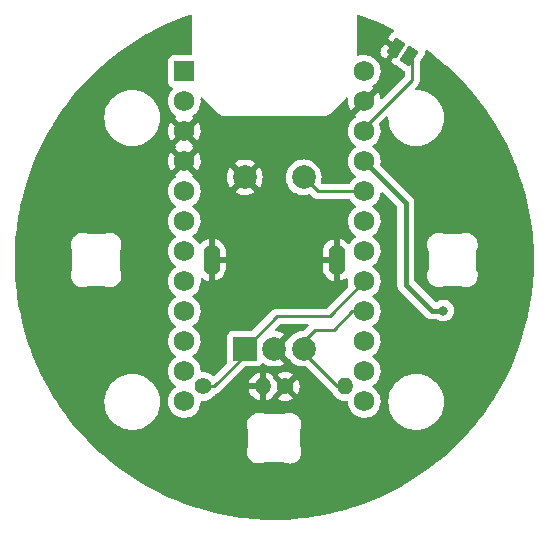
<source format=gtl>
%TF.GenerationSoftware,KiCad,Pcbnew,(6.0.4)*%
%TF.CreationDate,2022-04-07T13:26:34+02:00*%
%TF.ProjectId,Little Big Scroll 1,4c697474-6c65-4204-9269-67205363726f,v1.0*%
%TF.SameCoordinates,Original*%
%TF.FileFunction,Copper,L1,Top*%
%TF.FilePolarity,Positive*%
%FSLAX46Y46*%
G04 Gerber Fmt 4.6, Leading zero omitted, Abs format (unit mm)*
G04 Created by KiCad (PCBNEW (6.0.4)) date 2022-04-07 13:26:34*
%MOMM*%
%LPD*%
G01*
G04 APERTURE LIST*
G04 Aperture macros list*
%AMRotRect*
0 Rectangle, with rotation*
0 The origin of the aperture is its center*
0 $1 length*
0 $2 width*
0 $3 Rotation angle, in degrees counterclockwise*
0 Add horizontal line*
21,1,$1,$2,0,0,$3*%
G04 Aperture macros list end*
%TA.AperFunction,SMDPad,CuDef*%
%ADD10RotRect,1.000000X1.500000X327.000000*%
%TD*%
%TA.AperFunction,ComponentPad*%
%ADD11C,1.752600*%
%TD*%
%TA.AperFunction,ComponentPad*%
%ADD12R,1.752600X1.752600*%
%TD*%
%TA.AperFunction,ComponentPad*%
%ADD13C,2.000000*%
%TD*%
%TA.AperFunction,ComponentPad*%
%ADD14O,1.400000X2.600000*%
%TD*%
%TA.AperFunction,ComponentPad*%
%ADD15R,2.000000X2.000000*%
%TD*%
%TA.AperFunction,ComponentPad*%
%ADD16O,1.400000X1.400000*%
%TD*%
%TA.AperFunction,ComponentPad*%
%ADD17C,1.400000*%
%TD*%
%TA.AperFunction,ViaPad*%
%ADD18C,0.800000*%
%TD*%
%TA.AperFunction,Conductor*%
%ADD19C,0.250000*%
%TD*%
%TA.AperFunction,Conductor*%
%ADD20C,0.450000*%
%TD*%
G04 APERTURE END LIST*
D10*
X65454864Y-42745985D03*
X66545136Y-43454015D03*
D11*
X62738000Y-44736000D03*
X62738000Y-47276000D03*
X62738000Y-49816000D03*
X62738000Y-52356000D03*
X62738000Y-54896000D03*
X62738000Y-57436000D03*
X62738000Y-59976000D03*
X62738000Y-62516000D03*
X62738000Y-65056000D03*
X62738000Y-67596000D03*
X62738000Y-70136000D03*
X62738000Y-72676000D03*
X47498000Y-72676000D03*
X47498000Y-70136000D03*
X47498000Y-67596000D03*
X47498000Y-65056000D03*
X47498000Y-62516000D03*
X47498000Y-59976000D03*
X47498000Y-57436000D03*
X47498000Y-54896000D03*
X47498000Y-52356000D03*
X47498000Y-49816000D03*
X47498000Y-47276000D03*
D12*
X47498000Y-44736000D03*
D13*
X52618000Y-53706000D03*
X57618000Y-53706000D03*
D14*
X60418000Y-60706000D03*
X49818000Y-60706000D03*
D13*
X55118000Y-68206000D03*
X57618000Y-68206000D03*
D15*
X52618000Y-68206000D03*
D16*
X61130000Y-71410000D03*
D17*
X56050000Y-71410000D03*
D16*
X54150000Y-71410000D03*
D17*
X49070000Y-71410000D03*
D18*
X39870000Y-53880000D03*
X59370000Y-50160000D03*
X68850000Y-54760000D03*
X69430000Y-64980000D03*
D19*
X52618000Y-68842000D02*
X50050000Y-71410000D01*
X59850000Y-65404000D02*
X59850000Y-65470000D01*
X50050000Y-71410000D02*
X49080000Y-71410000D01*
X52618000Y-68206000D02*
X52618000Y-68842000D01*
X62738000Y-62516000D02*
X59850000Y-65404000D01*
X55354000Y-65470000D02*
X52618000Y-68206000D01*
X59850000Y-65470000D02*
X55354000Y-65470000D01*
X60450000Y-71410000D02*
X61120000Y-71410000D01*
X62738000Y-65056000D02*
X61704000Y-65056000D01*
X57618000Y-68206000D02*
X57618000Y-68578000D01*
X58590000Y-66620000D02*
X57618000Y-67592000D01*
X60140000Y-66620000D02*
X58590000Y-66620000D01*
X57618000Y-67592000D02*
X57618000Y-68206000D01*
X57618000Y-68578000D02*
X60450000Y-71410000D01*
X61704000Y-65056000D02*
X60140000Y-66620000D01*
X66800918Y-45439082D02*
X66800918Y-43668968D01*
X62738000Y-49502000D02*
X66800918Y-45439082D01*
X62738000Y-49816000D02*
X62738000Y-49502000D01*
D20*
X66250000Y-55868000D02*
X66250000Y-62780000D01*
X66250000Y-62780000D02*
X68450000Y-64980000D01*
X62738000Y-52356000D02*
X66250000Y-55868000D01*
X68450000Y-64980000D02*
X69430000Y-64980000D01*
D19*
X62738000Y-54896000D02*
X58808000Y-54896000D01*
X58808000Y-54896000D02*
X57618000Y-53706000D01*
%TA.AperFunction,Conductor*%
G36*
X62254442Y-39918889D02*
G01*
X62558820Y-40021139D01*
X62563839Y-40022945D01*
X62798496Y-40113004D01*
X63428524Y-40354804D01*
X63433466Y-40356822D01*
X63776289Y-40505344D01*
X64283326Y-40725009D01*
X64288146Y-40727220D01*
X64778443Y-40964782D01*
X65121659Y-41131080D01*
X65126413Y-41133509D01*
X65199610Y-41172887D01*
X65250124Y-41222775D01*
X65265648Y-41292054D01*
X65241252Y-41358727D01*
X65199645Y-41394792D01*
X65193474Y-41398114D01*
X65090000Y-41474541D01*
X65078653Y-41485356D01*
X65046307Y-41525016D01*
X65042298Y-41530513D01*
X64757688Y-41968773D01*
X64753141Y-41983992D01*
X64753650Y-41985758D01*
X64759184Y-41991344D01*
X65700553Y-42602677D01*
X65746789Y-42656553D01*
X65756559Y-42726874D01*
X65737600Y-42776974D01*
X65529548Y-43097346D01*
X64992597Y-43924177D01*
X64988050Y-43939396D01*
X64988559Y-43941162D01*
X64994093Y-43946748D01*
X65226512Y-44097683D01*
X65232416Y-44101079D01*
X65278096Y-44124154D01*
X65294948Y-44130163D01*
X65343844Y-44161916D01*
X65346835Y-44165054D01*
X65351533Y-44171415D01*
X65400004Y-44210947D01*
X65402859Y-44212801D01*
X65402863Y-44212804D01*
X66110043Y-44672052D01*
X66156279Y-44725928D01*
X66167418Y-44777724D01*
X66167418Y-45124488D01*
X66147416Y-45192609D01*
X66130513Y-45213583D01*
X64303002Y-47041094D01*
X64240691Y-47075119D01*
X64169876Y-47070054D01*
X64113040Y-47027507D01*
X64091704Y-46982694D01*
X64054196Y-46833371D01*
X64050876Y-46823620D01*
X63964229Y-46624343D01*
X63959362Y-46615268D01*
X63890083Y-46508178D01*
X63879398Y-46498975D01*
X63869831Y-46503379D01*
X61965510Y-48407700D01*
X61958750Y-48420080D01*
X61964031Y-48427134D01*
X61978698Y-48435705D01*
X62027422Y-48487343D01*
X62040493Y-48557126D01*
X62013762Y-48622898D01*
X61990781Y-48645253D01*
X61932111Y-48689304D01*
X61815444Y-48776900D01*
X61658120Y-48941530D01*
X61529797Y-49129645D01*
X61433921Y-49336192D01*
X61432539Y-49341174D01*
X61432539Y-49341175D01*
X61425045Y-49368197D01*
X61373067Y-49555625D01*
X61348869Y-49782050D01*
X61349166Y-49787202D01*
X61349166Y-49787206D01*
X61351379Y-49825580D01*
X61361977Y-50009387D01*
X61363112Y-50014424D01*
X61363113Y-50014430D01*
X61402234Y-50188022D01*
X61412039Y-50231531D01*
X61413983Y-50236317D01*
X61413984Y-50236322D01*
X61495675Y-50437502D01*
X61497711Y-50442515D01*
X61616692Y-50636674D01*
X61765786Y-50808793D01*
X61940989Y-50954249D01*
X61945440Y-50956850D01*
X61945450Y-50956857D01*
X61978266Y-50976033D01*
X62026989Y-51027672D01*
X62040059Y-51097455D01*
X62013326Y-51163227D01*
X61990353Y-51185575D01*
X61815444Y-51316900D01*
X61658120Y-51481530D01*
X61655206Y-51485802D01*
X61655205Y-51485803D01*
X61591648Y-51578975D01*
X61529797Y-51669645D01*
X61433921Y-51876192D01*
X61432539Y-51881174D01*
X61432539Y-51881175D01*
X61425045Y-51908197D01*
X61373067Y-52095625D01*
X61348869Y-52322050D01*
X61349166Y-52327202D01*
X61349166Y-52327206D01*
X61351077Y-52360346D01*
X61361977Y-52549387D01*
X61363112Y-52554424D01*
X61363113Y-52554430D01*
X61402234Y-52728022D01*
X61412039Y-52771531D01*
X61413983Y-52776317D01*
X61413984Y-52776322D01*
X61441839Y-52844920D01*
X61497711Y-52982515D01*
X61616692Y-53176674D01*
X61765786Y-53348793D01*
X61904311Y-53463798D01*
X61916868Y-53474223D01*
X61940989Y-53494249D01*
X61945440Y-53496850D01*
X61945450Y-53496857D01*
X61978266Y-53516033D01*
X62026989Y-53567672D01*
X62040059Y-53637455D01*
X62013326Y-53703227D01*
X61990353Y-53725575D01*
X61815444Y-53856900D01*
X61658120Y-54021530D01*
X61655206Y-54025802D01*
X61655205Y-54025803D01*
X61531257Y-54207504D01*
X61476346Y-54252507D01*
X61427169Y-54262500D01*
X59195591Y-54262500D01*
X59127470Y-54242498D01*
X59080977Y-54188842D01*
X59070873Y-54118568D01*
X59073072Y-54107086D01*
X59111380Y-53947524D01*
X59111381Y-53947518D01*
X59112535Y-53942711D01*
X59131165Y-53706000D01*
X59112535Y-53469289D01*
X59111365Y-53464412D01*
X59058260Y-53243218D01*
X59057105Y-53238406D01*
X59029712Y-53172273D01*
X58968135Y-53023611D01*
X58968133Y-53023607D01*
X58966240Y-53019037D01*
X58946558Y-52986919D01*
X58844759Y-52820798D01*
X58844755Y-52820792D01*
X58842176Y-52816584D01*
X58687969Y-52636031D01*
X58507416Y-52481824D01*
X58503208Y-52479245D01*
X58503202Y-52479241D01*
X58309183Y-52360346D01*
X58304963Y-52357760D01*
X58300393Y-52355867D01*
X58300389Y-52355865D01*
X58090167Y-52268789D01*
X58090165Y-52268788D01*
X58085594Y-52266895D01*
X58005391Y-52247640D01*
X57859524Y-52212620D01*
X57859518Y-52212619D01*
X57854711Y-52211465D01*
X57618000Y-52192835D01*
X57381289Y-52211465D01*
X57376482Y-52212619D01*
X57376476Y-52212620D01*
X57230609Y-52247640D01*
X57150406Y-52266895D01*
X57145835Y-52268788D01*
X57145833Y-52268789D01*
X56935611Y-52355865D01*
X56935607Y-52355867D01*
X56931037Y-52357760D01*
X56926817Y-52360346D01*
X56732798Y-52479241D01*
X56732792Y-52479245D01*
X56728584Y-52481824D01*
X56548031Y-52636031D01*
X56393824Y-52816584D01*
X56391245Y-52820792D01*
X56391241Y-52820798D01*
X56289442Y-52986919D01*
X56269760Y-53019037D01*
X56267867Y-53023607D01*
X56267865Y-53023611D01*
X56206288Y-53172273D01*
X56178895Y-53238406D01*
X56177740Y-53243218D01*
X56124636Y-53464412D01*
X56123465Y-53469289D01*
X56104835Y-53706000D01*
X56123465Y-53942711D01*
X56124619Y-53947518D01*
X56124620Y-53947524D01*
X56154122Y-54070408D01*
X56178895Y-54173594D01*
X56180788Y-54178165D01*
X56180789Y-54178167D01*
X56267772Y-54388163D01*
X56269760Y-54392963D01*
X56272346Y-54397183D01*
X56391241Y-54591202D01*
X56391245Y-54591208D01*
X56393824Y-54595416D01*
X56548031Y-54775969D01*
X56728584Y-54930176D01*
X56732792Y-54932755D01*
X56732798Y-54932759D01*
X56827596Y-54990851D01*
X56931037Y-55054240D01*
X56935607Y-55056133D01*
X56935611Y-55056135D01*
X57145833Y-55143211D01*
X57150406Y-55145105D01*
X57230609Y-55164360D01*
X57376476Y-55199380D01*
X57376482Y-55199381D01*
X57381289Y-55200535D01*
X57618000Y-55219165D01*
X57854711Y-55200535D01*
X57859518Y-55199381D01*
X57859524Y-55199380D01*
X58077951Y-55146940D01*
X58148859Y-55150487D01*
X58196460Y-55180364D01*
X58304343Y-55288247D01*
X58311887Y-55296537D01*
X58316000Y-55303018D01*
X58321777Y-55308443D01*
X58365667Y-55349658D01*
X58368509Y-55352413D01*
X58388230Y-55372134D01*
X58391425Y-55374612D01*
X58400447Y-55382318D01*
X58432679Y-55412586D01*
X58439628Y-55416406D01*
X58450432Y-55422346D01*
X58466956Y-55433199D01*
X58482959Y-55445613D01*
X58523543Y-55463176D01*
X58534173Y-55468383D01*
X58572940Y-55489695D01*
X58580617Y-55491666D01*
X58580622Y-55491668D01*
X58592558Y-55494732D01*
X58611266Y-55501137D01*
X58629855Y-55509181D01*
X58637683Y-55510421D01*
X58637690Y-55510423D01*
X58673524Y-55516099D01*
X58685144Y-55518505D01*
X58717917Y-55526919D01*
X58727970Y-55529500D01*
X58748224Y-55529500D01*
X58767934Y-55531051D01*
X58787943Y-55534220D01*
X58795835Y-55533474D01*
X58807263Y-55532394D01*
X58831962Y-55530059D01*
X58843819Y-55529500D01*
X61431427Y-55529500D01*
X61499548Y-55549502D01*
X61538859Y-55589665D01*
X61613989Y-55712264D01*
X61613992Y-55712268D01*
X61616692Y-55716674D01*
X61765786Y-55888793D01*
X61940989Y-56034249D01*
X61945440Y-56036850D01*
X61945450Y-56036857D01*
X61978266Y-56056033D01*
X62026989Y-56107672D01*
X62040059Y-56177455D01*
X62013326Y-56243227D01*
X61990353Y-56265575D01*
X61815444Y-56396900D01*
X61658120Y-56561530D01*
X61655206Y-56565802D01*
X61655205Y-56565803D01*
X61583928Y-56670292D01*
X61529797Y-56749645D01*
X61433921Y-56956192D01*
X61373067Y-57175625D01*
X61348869Y-57402050D01*
X61349166Y-57407202D01*
X61349166Y-57407206D01*
X61353983Y-57490740D01*
X61361977Y-57629387D01*
X61412039Y-57851531D01*
X61413983Y-57856317D01*
X61413984Y-57856322D01*
X61470652Y-57995878D01*
X61497711Y-58062515D01*
X61616692Y-58256674D01*
X61765786Y-58428793D01*
X61940989Y-58574249D01*
X61945440Y-58576850D01*
X61945450Y-58576857D01*
X61978266Y-58596033D01*
X62026989Y-58647672D01*
X62040059Y-58717455D01*
X62013326Y-58783227D01*
X61990353Y-58805575D01*
X61815444Y-58936900D01*
X61811872Y-58940638D01*
X61673590Y-59085342D01*
X61658120Y-59101530D01*
X61655206Y-59105802D01*
X61655205Y-59105803D01*
X61590196Y-59201103D01*
X61529797Y-59289645D01*
X61528775Y-59288948D01*
X61481964Y-59334209D01*
X61412346Y-59348131D01*
X61346252Y-59322204D01*
X61335763Y-59313105D01*
X61185320Y-59167317D01*
X61176638Y-59160286D01*
X61006972Y-59046275D01*
X60997163Y-59040883D01*
X60810001Y-58958725D01*
X60799406Y-58955159D01*
X60689615Y-58928800D01*
X60675530Y-58929505D01*
X60672000Y-58938384D01*
X60672000Y-62473702D01*
X60675973Y-62487233D01*
X60683421Y-62488304D01*
X60870915Y-62430622D01*
X60881260Y-62426401D01*
X61062912Y-62332643D01*
X61072350Y-62326653D01*
X61158430Y-62260602D01*
X61224650Y-62235001D01*
X61294199Y-62249266D01*
X61344995Y-62298867D01*
X61360421Y-62373953D01*
X61355878Y-62416462D01*
X61348869Y-62482050D01*
X61349166Y-62487202D01*
X61349166Y-62487206D01*
X61352242Y-62540550D01*
X61361977Y-62709387D01*
X61399451Y-62875673D01*
X61394915Y-62946523D01*
X61365629Y-62992467D01*
X60461971Y-63896124D01*
X59558500Y-64799595D01*
X59496188Y-64833621D01*
X59469405Y-64836500D01*
X55432767Y-64836500D01*
X55421584Y-64835973D01*
X55414091Y-64834298D01*
X55406165Y-64834547D01*
X55406164Y-64834547D01*
X55346014Y-64836438D01*
X55342055Y-64836500D01*
X55314144Y-64836500D01*
X55310210Y-64836997D01*
X55310209Y-64836997D01*
X55310144Y-64837005D01*
X55298307Y-64837938D01*
X55266490Y-64838938D01*
X55262029Y-64839078D01*
X55254110Y-64839327D01*
X55236454Y-64844456D01*
X55234658Y-64844978D01*
X55215306Y-64848986D01*
X55208235Y-64849880D01*
X55195203Y-64851526D01*
X55187834Y-64854443D01*
X55187832Y-64854444D01*
X55154097Y-64867800D01*
X55142869Y-64871645D01*
X55100407Y-64883982D01*
X55093585Y-64888016D01*
X55093579Y-64888019D01*
X55082968Y-64894294D01*
X55065218Y-64902990D01*
X55053756Y-64907528D01*
X55053751Y-64907531D01*
X55046383Y-64910448D01*
X55039968Y-64915109D01*
X55010625Y-64936427D01*
X55000707Y-64942943D01*
X54982019Y-64953995D01*
X54962637Y-64965458D01*
X54948313Y-64979782D01*
X54933281Y-64992621D01*
X54916893Y-65004528D01*
X54902398Y-65022050D01*
X54888712Y-65038593D01*
X54880722Y-65047373D01*
X53267500Y-66660595D01*
X53205188Y-66694621D01*
X53178405Y-66697500D01*
X51569866Y-66697500D01*
X51507684Y-66704255D01*
X51371295Y-66755385D01*
X51254739Y-66842739D01*
X51167385Y-66959295D01*
X51116255Y-67095684D01*
X51109500Y-67157866D01*
X51109500Y-69254134D01*
X51116255Y-69316316D01*
X51123640Y-69336016D01*
X51128825Y-69406821D01*
X51094754Y-69469341D01*
X50055681Y-70508414D01*
X49993369Y-70542440D01*
X49922554Y-70537375D01*
X49877491Y-70508414D01*
X49849776Y-70480699D01*
X49676558Y-70359411D01*
X49671580Y-70357090D01*
X49671577Y-70357088D01*
X49489892Y-70272367D01*
X49489891Y-70272366D01*
X49484910Y-70270044D01*
X49479602Y-70268622D01*
X49479600Y-70268621D01*
X49285970Y-70216738D01*
X49285968Y-70216738D01*
X49280655Y-70215314D01*
X49070000Y-70196884D01*
X49064525Y-70197363D01*
X49064515Y-70197363D01*
X49019999Y-70201258D01*
X48950394Y-70187270D01*
X48899401Y-70137871D01*
X48883440Y-70086062D01*
X48869311Y-69914202D01*
X48869310Y-69914196D01*
X48868887Y-69909051D01*
X48819927Y-69714131D01*
X48814672Y-69693208D01*
X48814671Y-69693204D01*
X48813413Y-69688197D01*
X48811354Y-69683461D01*
X48724672Y-69484106D01*
X48724670Y-69484103D01*
X48722612Y-69479369D01*
X48642459Y-69355472D01*
X48601731Y-69292515D01*
X48601729Y-69292512D01*
X48598923Y-69288175D01*
X48445668Y-69119750D01*
X48266963Y-68978618D01*
X48260335Y-68974959D01*
X48259651Y-68974269D01*
X48258131Y-68973259D01*
X48258339Y-68972945D01*
X48210363Y-68924533D01*
X48195585Y-68855091D01*
X48220696Y-68788684D01*
X48248054Y-68762069D01*
X48390689Y-68660329D01*
X48390691Y-68660327D01*
X48394893Y-68657330D01*
X48556193Y-68496592D01*
X48689073Y-68311669D01*
X48697265Y-68295095D01*
X48787673Y-68112168D01*
X48787674Y-68112166D01*
X48789967Y-68107526D01*
X48856164Y-67889646D01*
X48868700Y-67794430D01*
X48885450Y-67667201D01*
X48885451Y-67667194D01*
X48885887Y-67663879D01*
X48887546Y-67596000D01*
X48875159Y-67445335D01*
X48869311Y-67374202D01*
X48869310Y-67374196D01*
X48868887Y-67369051D01*
X48838598Y-67248462D01*
X48814672Y-67153208D01*
X48814671Y-67153204D01*
X48813413Y-67148197D01*
X48806728Y-67132823D01*
X48724672Y-66944106D01*
X48724670Y-66944103D01*
X48722612Y-66939369D01*
X48642459Y-66815472D01*
X48601731Y-66752515D01*
X48601729Y-66752512D01*
X48598923Y-66748175D01*
X48445668Y-66579750D01*
X48266963Y-66438618D01*
X48260335Y-66434959D01*
X48259651Y-66434269D01*
X48258131Y-66433259D01*
X48258339Y-66432945D01*
X48210363Y-66384533D01*
X48195585Y-66315091D01*
X48220696Y-66248684D01*
X48248054Y-66222069D01*
X48390689Y-66120329D01*
X48390691Y-66120327D01*
X48394893Y-66117330D01*
X48556193Y-65956592D01*
X48632668Y-65850166D01*
X48686055Y-65775869D01*
X48689073Y-65771669D01*
X48707937Y-65733502D01*
X48787673Y-65572168D01*
X48787674Y-65572166D01*
X48789967Y-65567526D01*
X48856164Y-65349646D01*
X48868700Y-65254430D01*
X48885450Y-65127201D01*
X48885451Y-65127194D01*
X48885887Y-65123879D01*
X48887546Y-65056000D01*
X48877715Y-64936427D01*
X48869311Y-64834202D01*
X48869310Y-64834196D01*
X48868887Y-64829051D01*
X48813413Y-64608197D01*
X48811032Y-64602721D01*
X48724672Y-64404106D01*
X48724670Y-64404103D01*
X48722612Y-64399369D01*
X48598923Y-64208175D01*
X48445668Y-64039750D01*
X48266963Y-63898618D01*
X48260335Y-63894959D01*
X48259651Y-63894269D01*
X48258131Y-63893259D01*
X48258339Y-63892945D01*
X48210363Y-63844533D01*
X48195585Y-63775091D01*
X48220696Y-63708684D01*
X48248054Y-63682069D01*
X48390689Y-63580329D01*
X48390691Y-63580327D01*
X48394893Y-63577330D01*
X48556193Y-63416592D01*
X48634565Y-63307526D01*
X48686055Y-63235869D01*
X48689073Y-63231669D01*
X48717884Y-63173376D01*
X48787673Y-63032168D01*
X48787674Y-63032166D01*
X48789967Y-63027526D01*
X48854519Y-62815061D01*
X48854662Y-62814590D01*
X48854662Y-62814589D01*
X48856164Y-62809646D01*
X48863460Y-62754227D01*
X48885450Y-62587201D01*
X48885451Y-62587194D01*
X48885887Y-62583879D01*
X48886821Y-62545660D01*
X48887464Y-62519365D01*
X48887464Y-62519360D01*
X48887546Y-62516000D01*
X48876929Y-62386860D01*
X48875952Y-62374981D01*
X48890305Y-62305451D01*
X48939970Y-62254718D01*
X49009180Y-62238890D01*
X49071804Y-62260075D01*
X49229028Y-62365725D01*
X49238837Y-62371117D01*
X49425999Y-62453275D01*
X49436594Y-62456841D01*
X49546385Y-62483200D01*
X49560470Y-62482495D01*
X49563966Y-62473702D01*
X50072000Y-62473702D01*
X50075973Y-62487233D01*
X50083421Y-62488304D01*
X50270915Y-62430622D01*
X50281260Y-62426401D01*
X50462912Y-62332643D01*
X50472343Y-62326658D01*
X50634520Y-62202215D01*
X50642749Y-62194648D01*
X50780319Y-62043461D01*
X50787082Y-62034550D01*
X50895701Y-61861396D01*
X50900782Y-61851426D01*
X50977024Y-61661768D01*
X50980255Y-61651068D01*
X51021908Y-61449929D01*
X51023111Y-61440793D01*
X51025895Y-61392510D01*
X51026000Y-61388863D01*
X51026000Y-61357911D01*
X59210000Y-61357911D01*
X59210249Y-61363506D01*
X59223787Y-61515188D01*
X59225768Y-61526202D01*
X59279707Y-61723366D01*
X59283601Y-61733839D01*
X59371604Y-61918341D01*
X59377299Y-61927970D01*
X59496577Y-62093963D01*
X59503884Y-62102428D01*
X59650680Y-62244684D01*
X59659362Y-62251714D01*
X59829028Y-62365725D01*
X59838837Y-62371117D01*
X60025999Y-62453275D01*
X60036594Y-62456841D01*
X60146385Y-62483200D01*
X60160470Y-62482495D01*
X60164000Y-62473616D01*
X60164000Y-60978115D01*
X60159525Y-60962876D01*
X60158135Y-60961671D01*
X60150452Y-60960000D01*
X59228115Y-60960000D01*
X59212876Y-60964475D01*
X59211671Y-60965865D01*
X59210000Y-60973548D01*
X59210000Y-61357911D01*
X51026000Y-61357911D01*
X51026000Y-60978115D01*
X51021525Y-60962876D01*
X51020135Y-60961671D01*
X51012452Y-60960000D01*
X50090115Y-60960000D01*
X50074876Y-60964475D01*
X50073671Y-60965865D01*
X50072000Y-60973548D01*
X50072000Y-62473702D01*
X49563966Y-62473702D01*
X49564000Y-62473616D01*
X49564000Y-60433885D01*
X50072000Y-60433885D01*
X50076475Y-60449124D01*
X50077865Y-60450329D01*
X50085548Y-60452000D01*
X51007885Y-60452000D01*
X51023124Y-60447525D01*
X51024329Y-60446135D01*
X51026000Y-60438452D01*
X51026000Y-60433885D01*
X59210000Y-60433885D01*
X59214475Y-60449124D01*
X59215865Y-60450329D01*
X59223548Y-60452000D01*
X60145885Y-60452000D01*
X60161124Y-60447525D01*
X60162329Y-60446135D01*
X60164000Y-60438452D01*
X60164000Y-58938298D01*
X60160027Y-58924767D01*
X60152579Y-58923696D01*
X59965085Y-58981378D01*
X59954740Y-58985599D01*
X59773088Y-59079357D01*
X59763657Y-59085342D01*
X59601480Y-59209785D01*
X59593251Y-59217352D01*
X59455681Y-59368539D01*
X59448918Y-59377450D01*
X59340299Y-59550604D01*
X59335218Y-59560574D01*
X59258976Y-59750232D01*
X59255745Y-59760932D01*
X59214092Y-59962071D01*
X59212889Y-59971207D01*
X59210105Y-60019490D01*
X59210000Y-60023137D01*
X59210000Y-60433885D01*
X51026000Y-60433885D01*
X51026000Y-60054089D01*
X51025751Y-60048494D01*
X51012213Y-59896812D01*
X51010232Y-59885798D01*
X50956293Y-59688634D01*
X50952399Y-59678161D01*
X50864396Y-59493659D01*
X50858701Y-59484030D01*
X50739423Y-59318037D01*
X50732116Y-59309572D01*
X50585320Y-59167316D01*
X50576638Y-59160286D01*
X50406972Y-59046275D01*
X50397163Y-59040883D01*
X50210001Y-58958725D01*
X50199406Y-58955159D01*
X50089615Y-58928800D01*
X50075530Y-58929505D01*
X50072000Y-58938384D01*
X50072000Y-60433885D01*
X49564000Y-60433885D01*
X49564000Y-58938298D01*
X49560027Y-58924767D01*
X49552579Y-58923696D01*
X49365085Y-58981378D01*
X49354740Y-58985599D01*
X49173088Y-59079357D01*
X49163657Y-59085342D01*
X49001480Y-59209785D01*
X48993251Y-59217352D01*
X48906612Y-59312566D01*
X48845972Y-59349488D01*
X48774996Y-59347765D01*
X48716219Y-59307942D01*
X48707627Y-59296206D01*
X48601731Y-59132515D01*
X48601729Y-59132512D01*
X48598923Y-59128175D01*
X48445668Y-58959750D01*
X48266963Y-58818618D01*
X48260335Y-58814959D01*
X48259651Y-58814269D01*
X48258131Y-58813259D01*
X48258339Y-58812945D01*
X48210363Y-58764533D01*
X48195585Y-58695091D01*
X48220696Y-58628684D01*
X48248054Y-58602069D01*
X48390689Y-58500329D01*
X48390691Y-58500327D01*
X48394893Y-58497330D01*
X48556193Y-58336592D01*
X48689073Y-58151669D01*
X48789967Y-57947526D01*
X48856164Y-57729646D01*
X48868700Y-57634430D01*
X48885450Y-57507201D01*
X48885451Y-57507194D01*
X48885887Y-57503879D01*
X48887546Y-57436000D01*
X48880179Y-57346393D01*
X48869311Y-57214202D01*
X48869310Y-57214196D01*
X48868887Y-57209051D01*
X48813413Y-56988197D01*
X48811354Y-56983461D01*
X48724672Y-56784106D01*
X48724670Y-56784103D01*
X48722612Y-56779369D01*
X48598923Y-56588175D01*
X48445668Y-56419750D01*
X48266963Y-56278618D01*
X48260335Y-56274959D01*
X48259651Y-56274269D01*
X48258131Y-56273259D01*
X48258339Y-56272945D01*
X48210363Y-56224533D01*
X48195585Y-56155091D01*
X48220696Y-56088684D01*
X48248054Y-56062069D01*
X48390689Y-55960329D01*
X48390691Y-55960327D01*
X48394893Y-55957330D01*
X48556193Y-55796592D01*
X48617836Y-55710807D01*
X48686055Y-55615869D01*
X48689073Y-55611669D01*
X48727720Y-55533474D01*
X48787673Y-55412168D01*
X48787674Y-55412166D01*
X48789967Y-55407526D01*
X48838821Y-55246727D01*
X48854662Y-55194590D01*
X48854662Y-55194589D01*
X48856164Y-55189646D01*
X48857386Y-55180364D01*
X48885450Y-54967201D01*
X48885451Y-54967194D01*
X48885887Y-54963879D01*
X48886503Y-54938670D01*
X51750160Y-54938670D01*
X51755887Y-54946320D01*
X51927042Y-55051205D01*
X51935837Y-55055687D01*
X52145988Y-55142734D01*
X52155373Y-55145783D01*
X52376554Y-55198885D01*
X52386301Y-55200428D01*
X52613070Y-55218275D01*
X52622930Y-55218275D01*
X52849699Y-55200428D01*
X52859446Y-55198885D01*
X53080627Y-55145783D01*
X53090012Y-55142734D01*
X53300163Y-55055687D01*
X53308958Y-55051205D01*
X53476445Y-54948568D01*
X53485907Y-54938110D01*
X53482124Y-54929334D01*
X52630812Y-54078022D01*
X52616868Y-54070408D01*
X52615035Y-54070539D01*
X52608420Y-54074790D01*
X51756920Y-54926290D01*
X51750160Y-54938670D01*
X48886503Y-54938670D01*
X48887546Y-54896000D01*
X48877941Y-54779177D01*
X48869311Y-54674202D01*
X48869310Y-54674196D01*
X48868887Y-54669051D01*
X48813413Y-54448197D01*
X48811354Y-54443461D01*
X48724672Y-54244106D01*
X48724670Y-54244103D01*
X48722612Y-54239369D01*
X48598923Y-54048175D01*
X48445668Y-53879750D01*
X48266963Y-53738618D01*
X48259849Y-53734691D01*
X48259006Y-53733840D01*
X48258131Y-53733259D01*
X48258251Y-53733078D01*
X48236304Y-53710930D01*
X51105725Y-53710930D01*
X51123572Y-53937699D01*
X51125115Y-53947446D01*
X51178217Y-54168627D01*
X51181266Y-54178012D01*
X51268313Y-54388163D01*
X51272795Y-54396958D01*
X51375432Y-54564445D01*
X51385890Y-54573907D01*
X51394666Y-54570124D01*
X52245978Y-53718812D01*
X52252356Y-53707132D01*
X52982408Y-53707132D01*
X52982539Y-53708965D01*
X52986790Y-53715580D01*
X53838290Y-54567080D01*
X53850670Y-54573840D01*
X53858320Y-54568113D01*
X53963205Y-54396958D01*
X53967687Y-54388163D01*
X54054734Y-54178012D01*
X54057783Y-54168627D01*
X54110885Y-53947446D01*
X54112428Y-53937699D01*
X54130275Y-53710930D01*
X54130275Y-53701070D01*
X54112428Y-53474301D01*
X54110885Y-53464554D01*
X54057783Y-53243373D01*
X54054734Y-53233988D01*
X53967687Y-53023837D01*
X53963205Y-53015042D01*
X53860568Y-52847555D01*
X53850110Y-52838093D01*
X53841334Y-52841876D01*
X52990022Y-53693188D01*
X52982408Y-53707132D01*
X52252356Y-53707132D01*
X52253592Y-53704868D01*
X52253461Y-53703035D01*
X52249210Y-53696420D01*
X51397710Y-52844920D01*
X51385330Y-52838160D01*
X51377680Y-52843887D01*
X51272795Y-53015042D01*
X51268313Y-53023837D01*
X51181266Y-53233988D01*
X51178217Y-53243373D01*
X51125115Y-53464554D01*
X51123572Y-53474301D01*
X51105725Y-53701070D01*
X51105725Y-53710930D01*
X48236304Y-53710930D01*
X48209876Y-53684261D01*
X48195100Y-53614819D01*
X48220214Y-53548413D01*
X48247568Y-53521802D01*
X48266103Y-53508581D01*
X48274504Y-53497881D01*
X48267515Y-53484725D01*
X47510812Y-52728022D01*
X47496868Y-52720408D01*
X47495035Y-52720539D01*
X47488420Y-52724790D01*
X46725510Y-53487700D01*
X46718750Y-53500080D01*
X46724031Y-53507134D01*
X46738698Y-53515705D01*
X46787422Y-53567343D01*
X46800493Y-53637126D01*
X46773762Y-53702898D01*
X46750781Y-53725253D01*
X46579579Y-53853795D01*
X46575444Y-53856900D01*
X46418120Y-54021530D01*
X46415206Y-54025802D01*
X46415205Y-54025803D01*
X46384778Y-54070408D01*
X46289797Y-54209645D01*
X46193921Y-54416192D01*
X46133067Y-54635625D01*
X46108869Y-54862050D01*
X46109166Y-54867202D01*
X46109166Y-54867206D01*
X46113287Y-54938670D01*
X46121977Y-55089387D01*
X46123112Y-55094424D01*
X46123113Y-55094430D01*
X46170901Y-55306482D01*
X46172039Y-55311531D01*
X46173983Y-55316317D01*
X46173984Y-55316322D01*
X46255767Y-55517728D01*
X46257711Y-55522515D01*
X46274071Y-55549212D01*
X46373990Y-55712264D01*
X46376692Y-55716674D01*
X46525786Y-55888793D01*
X46700989Y-56034249D01*
X46705440Y-56036850D01*
X46705450Y-56036857D01*
X46738266Y-56056033D01*
X46786989Y-56107672D01*
X46800059Y-56177455D01*
X46773326Y-56243227D01*
X46750353Y-56265575D01*
X46575444Y-56396900D01*
X46418120Y-56561530D01*
X46415206Y-56565802D01*
X46415205Y-56565803D01*
X46343928Y-56670292D01*
X46289797Y-56749645D01*
X46193921Y-56956192D01*
X46133067Y-57175625D01*
X46108869Y-57402050D01*
X46109166Y-57407202D01*
X46109166Y-57407206D01*
X46113983Y-57490740D01*
X46121977Y-57629387D01*
X46172039Y-57851531D01*
X46173983Y-57856317D01*
X46173984Y-57856322D01*
X46230652Y-57995878D01*
X46257711Y-58062515D01*
X46376692Y-58256674D01*
X46525786Y-58428793D01*
X46700989Y-58574249D01*
X46705440Y-58576850D01*
X46705450Y-58576857D01*
X46738266Y-58596033D01*
X46786989Y-58647672D01*
X46800059Y-58717455D01*
X46773326Y-58783227D01*
X46750353Y-58805575D01*
X46575444Y-58936900D01*
X46571872Y-58940638D01*
X46433590Y-59085342D01*
X46418120Y-59101530D01*
X46415206Y-59105802D01*
X46415205Y-59105803D01*
X46350196Y-59201103D01*
X46289797Y-59289645D01*
X46193921Y-59496192D01*
X46192539Y-59501174D01*
X46192539Y-59501175D01*
X46163494Y-59605909D01*
X46133067Y-59715625D01*
X46108869Y-59942050D01*
X46109166Y-59947202D01*
X46109166Y-59947206D01*
X46113334Y-60019490D01*
X46121977Y-60169387D01*
X46172039Y-60391531D01*
X46173983Y-60396317D01*
X46173984Y-60396322D01*
X46255767Y-60597728D01*
X46257711Y-60602515D01*
X46260410Y-60606919D01*
X46365860Y-60778997D01*
X46376692Y-60796674D01*
X46525786Y-60968793D01*
X46700989Y-61114249D01*
X46705440Y-61116850D01*
X46705450Y-61116857D01*
X46738266Y-61136033D01*
X46786989Y-61187672D01*
X46800059Y-61257455D01*
X46773326Y-61323227D01*
X46750353Y-61345575D01*
X46575444Y-61476900D01*
X46559325Y-61493768D01*
X46425665Y-61633635D01*
X46418120Y-61641530D01*
X46415206Y-61645802D01*
X46415205Y-61645803D01*
X46367613Y-61715571D01*
X46289797Y-61829645D01*
X46193921Y-62036192D01*
X46133067Y-62255625D01*
X46108869Y-62482050D01*
X46109166Y-62487202D01*
X46109166Y-62487206D01*
X46112242Y-62540550D01*
X46121977Y-62709387D01*
X46123112Y-62714424D01*
X46123113Y-62714430D01*
X46170809Y-62926073D01*
X46172039Y-62931531D01*
X46173983Y-62936317D01*
X46173984Y-62936322D01*
X46232512Y-63080458D01*
X46257711Y-63142515D01*
X46376692Y-63336674D01*
X46525786Y-63508793D01*
X46700989Y-63654249D01*
X46705440Y-63656850D01*
X46705450Y-63656857D01*
X46738266Y-63676033D01*
X46786989Y-63727672D01*
X46800059Y-63797455D01*
X46773326Y-63863227D01*
X46750353Y-63885575D01*
X46575444Y-64016900D01*
X46418120Y-64181530D01*
X46415206Y-64185802D01*
X46415205Y-64185803D01*
X46390216Y-64222436D01*
X46289797Y-64369645D01*
X46193921Y-64576192D01*
X46133067Y-64795625D01*
X46108869Y-65022050D01*
X46109166Y-65027202D01*
X46109166Y-65027206D01*
X46113983Y-65110740D01*
X46121977Y-65249387D01*
X46123112Y-65254424D01*
X46123113Y-65254430D01*
X46169287Y-65459318D01*
X46172039Y-65471531D01*
X46173983Y-65476317D01*
X46173984Y-65476322D01*
X46255767Y-65677728D01*
X46257711Y-65682515D01*
X46376692Y-65876674D01*
X46525786Y-66048793D01*
X46700989Y-66194249D01*
X46705440Y-66196850D01*
X46705450Y-66196857D01*
X46738266Y-66216033D01*
X46786989Y-66267672D01*
X46800059Y-66337455D01*
X46773326Y-66403227D01*
X46750353Y-66425575D01*
X46575444Y-66556900D01*
X46571872Y-66560638D01*
X46426162Y-66713115D01*
X46418120Y-66721530D01*
X46415206Y-66725802D01*
X46415205Y-66725803D01*
X46395026Y-66755385D01*
X46289797Y-66909645D01*
X46193921Y-67116192D01*
X46192539Y-67121174D01*
X46192539Y-67121175D01*
X46171870Y-67195707D01*
X46133067Y-67335625D01*
X46108869Y-67562050D01*
X46109166Y-67567202D01*
X46109166Y-67567206D01*
X46113983Y-67650740D01*
X46121977Y-67789387D01*
X46172039Y-68011531D01*
X46173983Y-68016317D01*
X46173984Y-68016322D01*
X46252209Y-68208965D01*
X46257711Y-68222515D01*
X46376692Y-68416674D01*
X46525786Y-68588793D01*
X46700989Y-68734249D01*
X46705440Y-68736850D01*
X46705450Y-68736857D01*
X46738266Y-68756033D01*
X46786989Y-68807672D01*
X46800059Y-68877455D01*
X46773326Y-68943227D01*
X46750353Y-68965575D01*
X46575444Y-69096900D01*
X46571872Y-69100638D01*
X46421942Y-69257531D01*
X46418120Y-69261530D01*
X46415206Y-69265802D01*
X46415205Y-69265803D01*
X46380748Y-69316316D01*
X46289797Y-69449645D01*
X46193921Y-69656192D01*
X46133067Y-69875625D01*
X46108869Y-70102050D01*
X46109166Y-70107202D01*
X46109166Y-70107206D01*
X46112077Y-70157682D01*
X46121977Y-70329387D01*
X46123112Y-70334424D01*
X46123113Y-70334430D01*
X46170566Y-70544995D01*
X46172039Y-70551531D01*
X46173983Y-70556317D01*
X46173984Y-70556322D01*
X46213930Y-70654696D01*
X46257711Y-70762515D01*
X46376692Y-70956674D01*
X46525786Y-71128793D01*
X46700989Y-71274249D01*
X46705440Y-71276850D01*
X46705450Y-71276857D01*
X46738266Y-71296033D01*
X46786989Y-71347672D01*
X46800059Y-71417455D01*
X46773326Y-71483227D01*
X46750353Y-71505575D01*
X46575444Y-71636900D01*
X46418120Y-71801530D01*
X46415206Y-71805802D01*
X46415205Y-71805803D01*
X46367680Y-71875472D01*
X46289797Y-71989645D01*
X46193921Y-72196192D01*
X46133067Y-72415625D01*
X46108869Y-72642050D01*
X46109166Y-72647202D01*
X46109166Y-72647206D01*
X46113519Y-72722696D01*
X46121977Y-72869387D01*
X46123112Y-72874424D01*
X46123113Y-72874430D01*
X46165535Y-73062672D01*
X46172039Y-73091531D01*
X46173983Y-73096317D01*
X46173984Y-73096322D01*
X46255767Y-73297728D01*
X46257711Y-73302515D01*
X46376692Y-73496674D01*
X46525786Y-73668793D01*
X46700989Y-73814249D01*
X46705441Y-73816851D01*
X46705446Y-73816854D01*
X46868320Y-73912030D01*
X46897597Y-73929138D01*
X47110329Y-74010372D01*
X47115395Y-74011403D01*
X47115396Y-74011403D01*
X47167630Y-74022030D01*
X47333472Y-74055771D01*
X47461288Y-74060458D01*
X47555870Y-74063927D01*
X47555875Y-74063927D01*
X47561034Y-74064116D01*
X47566154Y-74063460D01*
X47566156Y-74063460D01*
X47638344Y-74054212D01*
X47786903Y-74035181D01*
X47791852Y-74033696D01*
X47791858Y-74033695D01*
X47918204Y-73995789D01*
X48005013Y-73969745D01*
X48209507Y-73869564D01*
X48213711Y-73866566D01*
X48213715Y-73866563D01*
X48311562Y-73796769D01*
X48394893Y-73737330D01*
X48556193Y-73576592D01*
X48689073Y-73391669D01*
X48717326Y-73334505D01*
X48787673Y-73192168D01*
X48787674Y-73192166D01*
X48789967Y-73187526D01*
X48856164Y-72969646D01*
X48868700Y-72874430D01*
X48885450Y-72747201D01*
X48885451Y-72747194D01*
X48885887Y-72743879D01*
X48885969Y-72740527D01*
X48886229Y-72737184D01*
X48887279Y-72737266D01*
X48907615Y-72673812D01*
X48962395Y-72628650D01*
X49022890Y-72618994D01*
X49070000Y-72623116D01*
X49075475Y-72622637D01*
X49075478Y-72622637D01*
X49157382Y-72615471D01*
X49280655Y-72604686D01*
X49285968Y-72603262D01*
X49285970Y-72603262D01*
X49479600Y-72551379D01*
X49479602Y-72551378D01*
X49484910Y-72549956D01*
X49490908Y-72547159D01*
X49671577Y-72462912D01*
X49671580Y-72462910D01*
X49676558Y-72460589D01*
X49849776Y-72339301D01*
X49999301Y-72189776D01*
X50002459Y-72185266D01*
X50002464Y-72185260D01*
X50068058Y-72091581D01*
X50123515Y-72047252D01*
X50146656Y-72040775D01*
X50149889Y-72040673D01*
X50169343Y-72035021D01*
X50188700Y-72031013D01*
X50200930Y-72029468D01*
X50200931Y-72029468D01*
X50208797Y-72028474D01*
X50216168Y-72025555D01*
X50216170Y-72025555D01*
X50249912Y-72012196D01*
X50261142Y-72008351D01*
X50295983Y-71998229D01*
X50295984Y-71998229D01*
X50303593Y-71996018D01*
X50310412Y-71991985D01*
X50310417Y-71991983D01*
X50321028Y-71985707D01*
X50338776Y-71977012D01*
X50357617Y-71969552D01*
X50393387Y-71943564D01*
X50403307Y-71937048D01*
X50434535Y-71918580D01*
X50434538Y-71918578D01*
X50441362Y-71914542D01*
X50455683Y-71900221D01*
X50470717Y-71887380D01*
X50487107Y-71875472D01*
X50515298Y-71841395D01*
X50523288Y-71832616D01*
X50679382Y-71676522D01*
X52970801Y-71676522D01*
X53009092Y-71819423D01*
X53012842Y-71829727D01*
X53097521Y-72011323D01*
X53102998Y-72020811D01*
X53217925Y-72184942D01*
X53224981Y-72193350D01*
X53366650Y-72335019D01*
X53375058Y-72342075D01*
X53539189Y-72457002D01*
X53548677Y-72462479D01*
X53730273Y-72547158D01*
X53740577Y-72550908D01*
X53878503Y-72587866D01*
X53892599Y-72587530D01*
X53896000Y-72579588D01*
X53896000Y-72574439D01*
X54404000Y-72574439D01*
X54407973Y-72587970D01*
X54416522Y-72589199D01*
X54559423Y-72550908D01*
X54569727Y-72547158D01*
X54751323Y-72462479D01*
X54760811Y-72457002D01*
X54807569Y-72424261D01*
X55400294Y-72424261D01*
X55409590Y-72436276D01*
X55439189Y-72457001D01*
X55448677Y-72462479D01*
X55630277Y-72547159D01*
X55640571Y-72550907D01*
X55834122Y-72602769D01*
X55844909Y-72604671D01*
X56044525Y-72622135D01*
X56055475Y-72622135D01*
X56255091Y-72604671D01*
X56265878Y-72602769D01*
X56459429Y-72550907D01*
X56469723Y-72547159D01*
X56651323Y-72462479D01*
X56660811Y-72457001D01*
X56691248Y-72435689D01*
X56699623Y-72425212D01*
X56692554Y-72411764D01*
X56062812Y-71782022D01*
X56048868Y-71774408D01*
X56047035Y-71774539D01*
X56040420Y-71778790D01*
X55406724Y-72412486D01*
X55400294Y-72424261D01*
X54807569Y-72424261D01*
X54924946Y-72342072D01*
X54933343Y-72335026D01*
X55058907Y-72209462D01*
X55066518Y-72195524D01*
X55066387Y-72193688D01*
X55058965Y-72182140D01*
X55038962Y-72114020D01*
X55058963Y-72045899D01*
X55075867Y-72024923D01*
X55677978Y-71422812D01*
X55684356Y-71411132D01*
X56414408Y-71411132D01*
X56414539Y-71412965D01*
X56418790Y-71419580D01*
X57052486Y-72053276D01*
X57064261Y-72059706D01*
X57076276Y-72050410D01*
X57097001Y-72020811D01*
X57102479Y-72011323D01*
X57187159Y-71829723D01*
X57190907Y-71819429D01*
X57242769Y-71625878D01*
X57244671Y-71615091D01*
X57262135Y-71415475D01*
X57262135Y-71404525D01*
X57244671Y-71204909D01*
X57242769Y-71194122D01*
X57190907Y-71000571D01*
X57187159Y-70990277D01*
X57102479Y-70808677D01*
X57097001Y-70799189D01*
X57075689Y-70768752D01*
X57065212Y-70760377D01*
X57051764Y-70767446D01*
X56422022Y-71397188D01*
X56414408Y-71411132D01*
X55684356Y-71411132D01*
X55685592Y-71408868D01*
X55685461Y-71407035D01*
X55681210Y-71400420D01*
X55075464Y-70794674D01*
X55041438Y-70732362D01*
X55046503Y-70661547D01*
X55053972Y-70645193D01*
X55066518Y-70622216D01*
X55066387Y-70620381D01*
X55062136Y-70613767D01*
X54933350Y-70484981D01*
X54924942Y-70477925D01*
X54806211Y-70394788D01*
X55400377Y-70394788D01*
X55407446Y-70408236D01*
X56037188Y-71037978D01*
X56051132Y-71045592D01*
X56052965Y-71045461D01*
X56059580Y-71041210D01*
X56693276Y-70407514D01*
X56699706Y-70395739D01*
X56690410Y-70383724D01*
X56660811Y-70362999D01*
X56651323Y-70357521D01*
X56469723Y-70272841D01*
X56459429Y-70269093D01*
X56265878Y-70217231D01*
X56255091Y-70215329D01*
X56055475Y-70197865D01*
X56044525Y-70197865D01*
X55844909Y-70215329D01*
X55834122Y-70217231D01*
X55640571Y-70269093D01*
X55630277Y-70272841D01*
X55448677Y-70357521D01*
X55439189Y-70362999D01*
X55408752Y-70384311D01*
X55400377Y-70394788D01*
X54806211Y-70394788D01*
X54760811Y-70362998D01*
X54751323Y-70357521D01*
X54569727Y-70272842D01*
X54559423Y-70269092D01*
X54421497Y-70232134D01*
X54407401Y-70232470D01*
X54404000Y-70240412D01*
X54404000Y-72574439D01*
X53896000Y-72574439D01*
X53896000Y-71682115D01*
X53891525Y-71666876D01*
X53890135Y-71665671D01*
X53882452Y-71664000D01*
X52985561Y-71664000D01*
X52972030Y-71667973D01*
X52970801Y-71676522D01*
X50679382Y-71676522D01*
X51217401Y-71138503D01*
X52972134Y-71138503D01*
X52972470Y-71152599D01*
X52980412Y-71156000D01*
X53877885Y-71156000D01*
X53893124Y-71151525D01*
X53894329Y-71150135D01*
X53896000Y-71142452D01*
X53896000Y-70245561D01*
X53892027Y-70232030D01*
X53883478Y-70230801D01*
X53740577Y-70269092D01*
X53730273Y-70272842D01*
X53548677Y-70357521D01*
X53539189Y-70362998D01*
X53375058Y-70477925D01*
X53366650Y-70484981D01*
X53224981Y-70626650D01*
X53217925Y-70635058D01*
X53102998Y-70799189D01*
X53097521Y-70808677D01*
X53012842Y-70990273D01*
X53009092Y-71000577D01*
X52972134Y-71138503D01*
X51217401Y-71138503D01*
X52604499Y-69751405D01*
X52666811Y-69717379D01*
X52693594Y-69714500D01*
X53666134Y-69714500D01*
X53728316Y-69707745D01*
X53864705Y-69656615D01*
X53981261Y-69569261D01*
X53986643Y-69562080D01*
X54062026Y-69461497D01*
X54118885Y-69418982D01*
X54189704Y-69413956D01*
X54228017Y-69431176D01*
X54228879Y-69429770D01*
X54427042Y-69551205D01*
X54435837Y-69555687D01*
X54645988Y-69642734D01*
X54655373Y-69645783D01*
X54876554Y-69698885D01*
X54886301Y-69700428D01*
X55113070Y-69718275D01*
X55122930Y-69718275D01*
X55349699Y-69700428D01*
X55359446Y-69698885D01*
X55580627Y-69645783D01*
X55590012Y-69642734D01*
X55800163Y-69555687D01*
X55808958Y-69551205D01*
X55976445Y-69448568D01*
X55985907Y-69438110D01*
X55982124Y-69429334D01*
X54847885Y-68295095D01*
X54813859Y-68232783D01*
X54818924Y-68161968D01*
X54847885Y-68116905D01*
X55979080Y-66985710D01*
X55985840Y-66973330D01*
X55980113Y-66965680D01*
X55808958Y-66860795D01*
X55800163Y-66856313D01*
X55590012Y-66769266D01*
X55580627Y-66766217D01*
X55359446Y-66713115D01*
X55349699Y-66711572D01*
X55305711Y-66708110D01*
X55239369Y-66682825D01*
X55197229Y-66625687D01*
X55192670Y-66554837D01*
X55226501Y-66493403D01*
X55579499Y-66140405D01*
X55641811Y-66106379D01*
X55668594Y-66103500D01*
X57906406Y-66103500D01*
X57974527Y-66123502D01*
X58021020Y-66177158D01*
X58031124Y-66247432D01*
X58001630Y-66312012D01*
X57995501Y-66318595D01*
X57654410Y-66659686D01*
X57592098Y-66693712D01*
X57575201Y-66696203D01*
X57466919Y-66704726D01*
X57381289Y-66711465D01*
X57376482Y-66712619D01*
X57376476Y-66712620D01*
X57244292Y-66744355D01*
X57150406Y-66766895D01*
X57145835Y-66768788D01*
X57145833Y-66768789D01*
X56935611Y-66855865D01*
X56935607Y-66855867D01*
X56931037Y-66857760D01*
X56926817Y-66860346D01*
X56732798Y-66979241D01*
X56732792Y-66979245D01*
X56728584Y-66981824D01*
X56586463Y-67103207D01*
X56568053Y-67118931D01*
X56548031Y-67136031D01*
X56544823Y-67139787D01*
X56409247Y-67298526D01*
X56363314Y-67332402D01*
X56341332Y-67341878D01*
X55490022Y-68193188D01*
X55482408Y-68207132D01*
X55482539Y-68208965D01*
X55486790Y-68215580D01*
X56338290Y-69067080D01*
X56376648Y-69088026D01*
X56412072Y-69116782D01*
X56548031Y-69275969D01*
X56728584Y-69430176D01*
X56732792Y-69432755D01*
X56732798Y-69432759D01*
X56801780Y-69475031D01*
X56931037Y-69554240D01*
X56935607Y-69556133D01*
X56935611Y-69556135D01*
X57145833Y-69643211D01*
X57150406Y-69645105D01*
X57230609Y-69664360D01*
X57376476Y-69699380D01*
X57376482Y-69699381D01*
X57381289Y-69700535D01*
X57618000Y-69719165D01*
X57622930Y-69718777D01*
X57787460Y-69705828D01*
X57856940Y-69720424D01*
X57886441Y-69742345D01*
X58938769Y-70794674D01*
X59946348Y-71802253D01*
X59953886Y-71810536D01*
X59958000Y-71817018D01*
X59963780Y-71822446D01*
X59963782Y-71822448D01*
X59990772Y-71847793D01*
X60018714Y-71886393D01*
X60076970Y-72011323D01*
X60079411Y-72016558D01*
X60200699Y-72189776D01*
X60350224Y-72339301D01*
X60523442Y-72460589D01*
X60528420Y-72462910D01*
X60528423Y-72462912D01*
X60709092Y-72547159D01*
X60715090Y-72549956D01*
X60720398Y-72551378D01*
X60720400Y-72551379D01*
X60914030Y-72603262D01*
X60914032Y-72603262D01*
X60919345Y-72604686D01*
X61130000Y-72623116D01*
X61135475Y-72622637D01*
X61217383Y-72615471D01*
X61286988Y-72629460D01*
X61337981Y-72678860D01*
X61354156Y-72733738D01*
X61361977Y-72869387D01*
X61363112Y-72874424D01*
X61363113Y-72874430D01*
X61405535Y-73062672D01*
X61412039Y-73091531D01*
X61413983Y-73096317D01*
X61413984Y-73096322D01*
X61495767Y-73297728D01*
X61497711Y-73302515D01*
X61616692Y-73496674D01*
X61765786Y-73668793D01*
X61940989Y-73814249D01*
X61945441Y-73816851D01*
X61945446Y-73816854D01*
X62108320Y-73912030D01*
X62137597Y-73929138D01*
X62350329Y-74010372D01*
X62355395Y-74011403D01*
X62355396Y-74011403D01*
X62407630Y-74022030D01*
X62573472Y-74055771D01*
X62701288Y-74060458D01*
X62795870Y-74063927D01*
X62795875Y-74063927D01*
X62801034Y-74064116D01*
X62806154Y-74063460D01*
X62806156Y-74063460D01*
X62878344Y-74054212D01*
X63026903Y-74035181D01*
X63031852Y-74033696D01*
X63031858Y-74033695D01*
X63158204Y-73995789D01*
X63245013Y-73969745D01*
X63449507Y-73869564D01*
X63453711Y-73866566D01*
X63453715Y-73866563D01*
X63551562Y-73796769D01*
X63634893Y-73737330D01*
X63796193Y-73576592D01*
X63929073Y-73391669D01*
X63957326Y-73334505D01*
X64027673Y-73192168D01*
X64027674Y-73192166D01*
X64029967Y-73187526D01*
X64096164Y-72969646D01*
X64108700Y-72874430D01*
X64125450Y-72747201D01*
X64125451Y-72747194D01*
X64125887Y-72743879D01*
X64126304Y-72726815D01*
X64775254Y-72726815D01*
X64795475Y-73035322D01*
X64796279Y-73039362D01*
X64796279Y-73039365D01*
X64807608Y-73096322D01*
X64855790Y-73338550D01*
X64955169Y-73631311D01*
X64956992Y-73635007D01*
X64956995Y-73635015D01*
X65026523Y-73776002D01*
X65091911Y-73908595D01*
X65094205Y-73912028D01*
X65094206Y-73912030D01*
X65195827Y-74064116D01*
X65263676Y-74165660D01*
X65266390Y-74168754D01*
X65266394Y-74168760D01*
X65297213Y-74203902D01*
X65467525Y-74398105D01*
X65470614Y-74400814D01*
X65696870Y-74599236D01*
X65696876Y-74599240D01*
X65699970Y-74601954D01*
X65703396Y-74604243D01*
X65703401Y-74604247D01*
X65953600Y-74771424D01*
X65957035Y-74773719D01*
X66006463Y-74798094D01*
X66230615Y-74908635D01*
X66230623Y-74908638D01*
X66234319Y-74910461D01*
X66238234Y-74911790D01*
X66523173Y-75008514D01*
X66523176Y-75008515D01*
X66527080Y-75009840D01*
X66709530Y-75046131D01*
X66826265Y-75069351D01*
X66826268Y-75069351D01*
X66830308Y-75070155D01*
X66834419Y-75070424D01*
X66834423Y-75070425D01*
X67059552Y-75085181D01*
X67059561Y-75085181D01*
X67061601Y-75085315D01*
X67216029Y-75085315D01*
X67218069Y-75085181D01*
X67218078Y-75085181D01*
X67443207Y-75070425D01*
X67443211Y-75070424D01*
X67447322Y-75070155D01*
X67451362Y-75069351D01*
X67451365Y-75069351D01*
X67568100Y-75046131D01*
X67750550Y-75009840D01*
X67754454Y-75008515D01*
X67754457Y-75008514D01*
X68039396Y-74911790D01*
X68043311Y-74910461D01*
X68047007Y-74908638D01*
X68047015Y-74908635D01*
X68271167Y-74798094D01*
X68320595Y-74773719D01*
X68324030Y-74771424D01*
X68574229Y-74604247D01*
X68574234Y-74604243D01*
X68577660Y-74601954D01*
X68580754Y-74599240D01*
X68580760Y-74599236D01*
X68807016Y-74400814D01*
X68810105Y-74398105D01*
X68980417Y-74203902D01*
X69011236Y-74168760D01*
X69011240Y-74168754D01*
X69013954Y-74165660D01*
X69087254Y-74055960D01*
X69183425Y-73912029D01*
X69185719Y-73908596D01*
X69189084Y-73901774D01*
X69283895Y-73709515D01*
X69322461Y-73631311D01*
X69421840Y-73338550D01*
X69470022Y-73096322D01*
X69481351Y-73039365D01*
X69481351Y-73039362D01*
X69482155Y-73035322D01*
X69502376Y-72726815D01*
X69494500Y-72606654D01*
X69482425Y-72422423D01*
X69482424Y-72422419D01*
X69482155Y-72418308D01*
X69480854Y-72411764D01*
X69453954Y-72276532D01*
X69421840Y-72115080D01*
X69400861Y-72053276D01*
X69323790Y-71826234D01*
X69322461Y-71822319D01*
X69320637Y-71818621D01*
X69320635Y-71818615D01*
X69187545Y-71548738D01*
X69185719Y-71545035D01*
X69183425Y-71541602D01*
X69183424Y-71541600D01*
X69016247Y-71291401D01*
X69016243Y-71291396D01*
X69013954Y-71287970D01*
X69011240Y-71284876D01*
X69011236Y-71284870D01*
X68812814Y-71058614D01*
X68810105Y-71055525D01*
X68735704Y-70990277D01*
X68580760Y-70854394D01*
X68580754Y-70854390D01*
X68577660Y-70851676D01*
X68574234Y-70849387D01*
X68574229Y-70849383D01*
X68324030Y-70682206D01*
X68324028Y-70682205D01*
X68320595Y-70679911D01*
X68250194Y-70645193D01*
X68047015Y-70544995D01*
X68047007Y-70544992D01*
X68043311Y-70543169D01*
X68039396Y-70541840D01*
X67754457Y-70445116D01*
X67754454Y-70445115D01*
X67750550Y-70443790D01*
X67504197Y-70394788D01*
X67451365Y-70384279D01*
X67451362Y-70384279D01*
X67447322Y-70383475D01*
X67443211Y-70383206D01*
X67443207Y-70383205D01*
X67218078Y-70368449D01*
X67218069Y-70368449D01*
X67216029Y-70368315D01*
X67061601Y-70368315D01*
X67059561Y-70368449D01*
X67059552Y-70368449D01*
X66834423Y-70383205D01*
X66834419Y-70383206D01*
X66830308Y-70383475D01*
X66826268Y-70384279D01*
X66826265Y-70384279D01*
X66773433Y-70394788D01*
X66527080Y-70443790D01*
X66523176Y-70445115D01*
X66523173Y-70445116D01*
X66238234Y-70541840D01*
X66234319Y-70543169D01*
X66230623Y-70544992D01*
X66230615Y-70544995D01*
X66027436Y-70645193D01*
X65957035Y-70679911D01*
X65953602Y-70682205D01*
X65953600Y-70682206D01*
X65703401Y-70849383D01*
X65703396Y-70849387D01*
X65699970Y-70851676D01*
X65696876Y-70854390D01*
X65696870Y-70854394D01*
X65541926Y-70990277D01*
X65467525Y-71055525D01*
X65464816Y-71058614D01*
X65266394Y-71284870D01*
X65266390Y-71284876D01*
X65263676Y-71287970D01*
X65261387Y-71291396D01*
X65261383Y-71291401D01*
X65180157Y-71412965D01*
X65091911Y-71545034D01*
X65090087Y-71548733D01*
X65090084Y-71548738D01*
X65044764Y-71640638D01*
X64955169Y-71822319D01*
X64953844Y-71826224D01*
X64953843Y-71826225D01*
X64876770Y-72053276D01*
X64855790Y-72115080D01*
X64823676Y-72276532D01*
X64796777Y-72411764D01*
X64795475Y-72418308D01*
X64795206Y-72422419D01*
X64795205Y-72422423D01*
X64783130Y-72606654D01*
X64775254Y-72726815D01*
X64126304Y-72726815D01*
X64127546Y-72676000D01*
X64109836Y-72460589D01*
X64109311Y-72454202D01*
X64109310Y-72454196D01*
X64108887Y-72449051D01*
X64080246Y-72335026D01*
X64054672Y-72233208D01*
X64054671Y-72233204D01*
X64053413Y-72228197D01*
X64045267Y-72209462D01*
X63964672Y-72024106D01*
X63964670Y-72024103D01*
X63962612Y-72019369D01*
X63862359Y-71864402D01*
X63841731Y-71832515D01*
X63841729Y-71832512D01*
X63838923Y-71828175D01*
X63685668Y-71659750D01*
X63506963Y-71518618D01*
X63500335Y-71514959D01*
X63499651Y-71514269D01*
X63498131Y-71513259D01*
X63498339Y-71512945D01*
X63450363Y-71464533D01*
X63435585Y-71395091D01*
X63460696Y-71328684D01*
X63488054Y-71302069D01*
X63630689Y-71200329D01*
X63630691Y-71200327D01*
X63634893Y-71197330D01*
X63796193Y-71036592D01*
X63829477Y-70990273D01*
X63926055Y-70855869D01*
X63929073Y-70851669D01*
X63955011Y-70799189D01*
X64027673Y-70652168D01*
X64027674Y-70652166D01*
X64029967Y-70647526D01*
X64096164Y-70429646D01*
X64096839Y-70424520D01*
X64125450Y-70207201D01*
X64125451Y-70207194D01*
X64125887Y-70203879D01*
X64127546Y-70136000D01*
X64120179Y-70046393D01*
X64109311Y-69914202D01*
X64109310Y-69914196D01*
X64108887Y-69909051D01*
X64059927Y-69714131D01*
X64054672Y-69693208D01*
X64054671Y-69693204D01*
X64053413Y-69688197D01*
X64051354Y-69683461D01*
X63964672Y-69484106D01*
X63964670Y-69484103D01*
X63962612Y-69479369D01*
X63882459Y-69355472D01*
X63841731Y-69292515D01*
X63841729Y-69292512D01*
X63838923Y-69288175D01*
X63685668Y-69119750D01*
X63506963Y-68978618D01*
X63500335Y-68974959D01*
X63499651Y-68974269D01*
X63498131Y-68973259D01*
X63498339Y-68972945D01*
X63450363Y-68924533D01*
X63435585Y-68855091D01*
X63460696Y-68788684D01*
X63488054Y-68762069D01*
X63630689Y-68660329D01*
X63630691Y-68660327D01*
X63634893Y-68657330D01*
X63796193Y-68496592D01*
X63929073Y-68311669D01*
X63937265Y-68295095D01*
X64027673Y-68112168D01*
X64027674Y-68112166D01*
X64029967Y-68107526D01*
X64096164Y-67889646D01*
X64108700Y-67794430D01*
X64125450Y-67667201D01*
X64125451Y-67667194D01*
X64125887Y-67663879D01*
X64127546Y-67596000D01*
X64115159Y-67445335D01*
X64109311Y-67374202D01*
X64109310Y-67374196D01*
X64108887Y-67369051D01*
X64078598Y-67248462D01*
X64054672Y-67153208D01*
X64054671Y-67153204D01*
X64053413Y-67148197D01*
X64046728Y-67132823D01*
X63964672Y-66944106D01*
X63964670Y-66944103D01*
X63962612Y-66939369D01*
X63882459Y-66815472D01*
X63841731Y-66752515D01*
X63841729Y-66752512D01*
X63838923Y-66748175D01*
X63685668Y-66579750D01*
X63506963Y-66438618D01*
X63500335Y-66434959D01*
X63499651Y-66434269D01*
X63498131Y-66433259D01*
X63498339Y-66432945D01*
X63450363Y-66384533D01*
X63435585Y-66315091D01*
X63460696Y-66248684D01*
X63488054Y-66222069D01*
X63630689Y-66120329D01*
X63630691Y-66120327D01*
X63634893Y-66117330D01*
X63796193Y-65956592D01*
X63872668Y-65850166D01*
X63926055Y-65775869D01*
X63929073Y-65771669D01*
X63947937Y-65733502D01*
X64027673Y-65572168D01*
X64027674Y-65572166D01*
X64029967Y-65567526D01*
X64096164Y-65349646D01*
X64108700Y-65254430D01*
X64125450Y-65127201D01*
X64125451Y-65127194D01*
X64125887Y-65123879D01*
X64127546Y-65056000D01*
X64117715Y-64936427D01*
X64109311Y-64834202D01*
X64109310Y-64834196D01*
X64108887Y-64829051D01*
X64053413Y-64608197D01*
X64051032Y-64602721D01*
X63964672Y-64404106D01*
X63964670Y-64404103D01*
X63962612Y-64399369D01*
X63838923Y-64208175D01*
X63685668Y-64039750D01*
X63506963Y-63898618D01*
X63500335Y-63894959D01*
X63499651Y-63894269D01*
X63498131Y-63893259D01*
X63498339Y-63892945D01*
X63450363Y-63844533D01*
X63435585Y-63775091D01*
X63460696Y-63708684D01*
X63488054Y-63682069D01*
X63630689Y-63580329D01*
X63630691Y-63580327D01*
X63634893Y-63577330D01*
X63796193Y-63416592D01*
X63874565Y-63307526D01*
X63926055Y-63235869D01*
X63929073Y-63231669D01*
X63957884Y-63173376D01*
X64027673Y-63032168D01*
X64027674Y-63032166D01*
X64029967Y-63027526D01*
X64094519Y-62815061D01*
X64094662Y-62814590D01*
X64094662Y-62814589D01*
X64096164Y-62809646D01*
X64103460Y-62754227D01*
X64125450Y-62587201D01*
X64125451Y-62587194D01*
X64125887Y-62583879D01*
X64126821Y-62545660D01*
X64127464Y-62519365D01*
X64127464Y-62519360D01*
X64127546Y-62516000D01*
X64116929Y-62386860D01*
X64109311Y-62294202D01*
X64109310Y-62294196D01*
X64108887Y-62289051D01*
X64053413Y-62068197D01*
X64045546Y-62050103D01*
X63964672Y-61864106D01*
X63964670Y-61864103D01*
X63962612Y-61859369D01*
X63869165Y-61714922D01*
X63841731Y-61672515D01*
X63841729Y-61672512D01*
X63838923Y-61668175D01*
X63685668Y-61499750D01*
X63506963Y-61358618D01*
X63500335Y-61354959D01*
X63499651Y-61354269D01*
X63498131Y-61353259D01*
X63498339Y-61352945D01*
X63450363Y-61304533D01*
X63435585Y-61235091D01*
X63460696Y-61168684D01*
X63488054Y-61142069D01*
X63630689Y-61040329D01*
X63630691Y-61040327D01*
X63634893Y-61037330D01*
X63796193Y-60876592D01*
X63929073Y-60691669D01*
X64029967Y-60487526D01*
X64096164Y-60269646D01*
X64108700Y-60174430D01*
X64125450Y-60047201D01*
X64125451Y-60047194D01*
X64125887Y-60043879D01*
X64127546Y-59976000D01*
X64117211Y-59850296D01*
X64109311Y-59754202D01*
X64109310Y-59754196D01*
X64108887Y-59749051D01*
X64064701Y-59573138D01*
X64054672Y-59533208D01*
X64054671Y-59533204D01*
X64053413Y-59528197D01*
X64050321Y-59521085D01*
X63964672Y-59324106D01*
X63964670Y-59324103D01*
X63962612Y-59319369D01*
X63864245Y-59167317D01*
X63841731Y-59132515D01*
X63841729Y-59132512D01*
X63838923Y-59128175D01*
X63685668Y-58959750D01*
X63506963Y-58818618D01*
X63500335Y-58814959D01*
X63499651Y-58814269D01*
X63498131Y-58813259D01*
X63498339Y-58812945D01*
X63450363Y-58764533D01*
X63435585Y-58695091D01*
X63460696Y-58628684D01*
X63488054Y-58602069D01*
X63630689Y-58500329D01*
X63630691Y-58500327D01*
X63634893Y-58497330D01*
X63796193Y-58336592D01*
X63929073Y-58151669D01*
X64029967Y-57947526D01*
X64096164Y-57729646D01*
X64108700Y-57634430D01*
X64125450Y-57507201D01*
X64125451Y-57507194D01*
X64125887Y-57503879D01*
X64127546Y-57436000D01*
X64120179Y-57346393D01*
X64109311Y-57214202D01*
X64109310Y-57214196D01*
X64108887Y-57209051D01*
X64053413Y-56988197D01*
X64051354Y-56983461D01*
X63964672Y-56784106D01*
X63964670Y-56784103D01*
X63962612Y-56779369D01*
X63838923Y-56588175D01*
X63685668Y-56419750D01*
X63506963Y-56278618D01*
X63500335Y-56274959D01*
X63499651Y-56274269D01*
X63498131Y-56273259D01*
X63498339Y-56272945D01*
X63450363Y-56224533D01*
X63435585Y-56155091D01*
X63460696Y-56088684D01*
X63488054Y-56062069D01*
X63630689Y-55960329D01*
X63630691Y-55960327D01*
X63634893Y-55957330D01*
X63796193Y-55796592D01*
X63857836Y-55710807D01*
X63926055Y-55615869D01*
X63929073Y-55611669D01*
X63967720Y-55533474D01*
X64027673Y-55412168D01*
X64027674Y-55412166D01*
X64029967Y-55407526D01*
X64078821Y-55246727D01*
X64094662Y-55194590D01*
X64094662Y-55194589D01*
X64096164Y-55189646D01*
X64101320Y-55150487D01*
X64113788Y-55055779D01*
X64142510Y-54990851D01*
X64201776Y-54951760D01*
X64272767Y-54950915D01*
X64327805Y-54983130D01*
X65479595Y-56134920D01*
X65513621Y-56197232D01*
X65516500Y-56224015D01*
X65516500Y-62714834D01*
X65515067Y-62733783D01*
X65511957Y-62754227D01*
X65512550Y-62761519D01*
X65512550Y-62761522D01*
X65516085Y-62804979D01*
X65516500Y-62815194D01*
X65516500Y-62822826D01*
X65516922Y-62826445D01*
X65516923Y-62826464D01*
X65519675Y-62850069D01*
X65520108Y-62854444D01*
X65525093Y-62915724D01*
X65525823Y-62924704D01*
X65528081Y-62931673D01*
X65529184Y-62937193D01*
X65530466Y-62942618D01*
X65531314Y-62949890D01*
X65554559Y-63013928D01*
X65555382Y-63016196D01*
X65556810Y-63020356D01*
X65576280Y-63080458D01*
X65576282Y-63080462D01*
X65578536Y-63087420D01*
X65582330Y-63093672D01*
X65584672Y-63098788D01*
X65587176Y-63103789D01*
X65589673Y-63110667D01*
X65593683Y-63116784D01*
X65593686Y-63116789D01*
X65628347Y-63169654D01*
X65630695Y-63173376D01*
X65667267Y-63233645D01*
X65670979Y-63237848D01*
X65674429Y-63241755D01*
X65674412Y-63241770D01*
X65677345Y-63245079D01*
X65679442Y-63247587D01*
X65683454Y-63253706D01*
X65688767Y-63258739D01*
X65737758Y-63305149D01*
X65740200Y-63307526D01*
X67885252Y-65452577D01*
X67897639Y-65466989D01*
X67909900Y-65483651D01*
X67915483Y-65488394D01*
X67948720Y-65516631D01*
X67956236Y-65523561D01*
X67961620Y-65528945D01*
X67964481Y-65531208D01*
X67964486Y-65531213D01*
X67983091Y-65545932D01*
X67986493Y-65548721D01*
X68034672Y-65589653D01*
X68034676Y-65589656D01*
X68040251Y-65594392D01*
X68046772Y-65597721D01*
X68051451Y-65600842D01*
X68056205Y-65603778D01*
X68061943Y-65608318D01*
X68068570Y-65611415D01*
X68068571Y-65611416D01*
X68125854Y-65638189D01*
X68129761Y-65640099D01*
X68192582Y-65672176D01*
X68199694Y-65673916D01*
X68204980Y-65675882D01*
X68210265Y-65677640D01*
X68216895Y-65680739D01*
X68285963Y-65695105D01*
X68290247Y-65696075D01*
X68358721Y-65712830D01*
X68364323Y-65713178D01*
X68364326Y-65713178D01*
X68369520Y-65713500D01*
X68369519Y-65713524D01*
X68373934Y-65713788D01*
X68377184Y-65714078D01*
X68384352Y-65715569D01*
X68459123Y-65713546D01*
X68462531Y-65713500D01*
X68853004Y-65713500D01*
X68921125Y-65733502D01*
X68927065Y-65737564D01*
X68973248Y-65771118D01*
X68979276Y-65773802D01*
X68979278Y-65773803D01*
X69087632Y-65822045D01*
X69147712Y-65848794D01*
X69241113Y-65868647D01*
X69328056Y-65887128D01*
X69328061Y-65887128D01*
X69334513Y-65888500D01*
X69525487Y-65888500D01*
X69531939Y-65887128D01*
X69531944Y-65887128D01*
X69618887Y-65868647D01*
X69712288Y-65848794D01*
X69772368Y-65822045D01*
X69880722Y-65773803D01*
X69880724Y-65773802D01*
X69886752Y-65771118D01*
X70041253Y-65658866D01*
X70169040Y-65516944D01*
X70264527Y-65351556D01*
X70323542Y-65169928D01*
X70343504Y-64980000D01*
X70335410Y-64902990D01*
X70324232Y-64796635D01*
X70324232Y-64796633D01*
X70323542Y-64790072D01*
X70264527Y-64608444D01*
X70169040Y-64443056D01*
X70099091Y-64365369D01*
X70045675Y-64306045D01*
X70045674Y-64306044D01*
X70041253Y-64301134D01*
X69915261Y-64209595D01*
X69892094Y-64192763D01*
X69892093Y-64192762D01*
X69886752Y-64188882D01*
X69880724Y-64186198D01*
X69880722Y-64186197D01*
X69718319Y-64113891D01*
X69718318Y-64113891D01*
X69712288Y-64111206D01*
X69618887Y-64091353D01*
X69531944Y-64072872D01*
X69531939Y-64072872D01*
X69525487Y-64071500D01*
X69334513Y-64071500D01*
X69328061Y-64072872D01*
X69328056Y-64072872D01*
X69241113Y-64091353D01*
X69147712Y-64111206D01*
X69141682Y-64113891D01*
X69141681Y-64113891D01*
X68979278Y-64186197D01*
X68979276Y-64186198D01*
X68973248Y-64188882D01*
X68967907Y-64192762D01*
X68967906Y-64192763D01*
X68927065Y-64222436D01*
X68860197Y-64246294D01*
X68853004Y-64246500D01*
X68806016Y-64246500D01*
X68737895Y-64226498D01*
X68716921Y-64209595D01*
X67020405Y-62513080D01*
X66986380Y-62450768D01*
X66983500Y-62423985D01*
X66983500Y-59389584D01*
X68048961Y-59389584D01*
X68049384Y-59395302D01*
X68062112Y-59567421D01*
X68062535Y-59573146D01*
X68109113Y-59751218D01*
X68111544Y-59756411D01*
X68111545Y-59756413D01*
X68113661Y-59760932D01*
X68167093Y-59875058D01*
X68167917Y-59876819D01*
X68171630Y-59885602D01*
X68179959Y-59907585D01*
X68178965Y-59907962D01*
X68189500Y-59955135D01*
X68189500Y-61451106D01*
X68188002Y-61470477D01*
X68185663Y-61485510D01*
X68175276Y-61519559D01*
X68109151Y-61660797D01*
X68062575Y-61838862D01*
X68062153Y-61844571D01*
X68062152Y-61844579D01*
X68056698Y-61918341D01*
X68049002Y-62022416D01*
X68049621Y-62028114D01*
X68049621Y-62028116D01*
X68057694Y-62102428D01*
X68068880Y-62205394D01*
X68070522Y-62210893D01*
X68070523Y-62210896D01*
X68085369Y-62260602D01*
X68121553Y-62381752D01*
X68124169Y-62386873D01*
X68202671Y-62540550D01*
X68205281Y-62545660D01*
X68317296Y-62691705D01*
X68321555Y-62695551D01*
X68353463Y-62724364D01*
X68453898Y-62815059D01*
X68510688Y-62850069D01*
X68605688Y-62908636D01*
X68605692Y-62908638D01*
X68610573Y-62911647D01*
X68615916Y-62913722D01*
X68615920Y-62913724D01*
X68688375Y-62941862D01*
X68782145Y-62978278D01*
X68787777Y-62979352D01*
X68787781Y-62979353D01*
X68957303Y-63011675D01*
X68957307Y-63011675D01*
X68962943Y-63012750D01*
X68968681Y-63012787D01*
X68968685Y-63012787D01*
X69054240Y-63013332D01*
X69146995Y-63013924D01*
X69152646Y-63012921D01*
X69152647Y-63012921D01*
X69322567Y-62982764D01*
X69322568Y-62982764D01*
X69328218Y-62981761D01*
X69458138Y-62933204D01*
X69467180Y-62930209D01*
X69485062Y-62925028D01*
X69485065Y-62925027D01*
X69489749Y-62923670D01*
X69492463Y-62922404D01*
X69519222Y-62915726D01*
X69520513Y-62915557D01*
X69536808Y-62914499D01*
X70851455Y-62914499D01*
X70870850Y-62916001D01*
X70886012Y-62918363D01*
X70893958Y-62919601D01*
X70918674Y-62926073D01*
X71062392Y-62979789D01*
X71062399Y-62979791D01*
X71067769Y-62981798D01*
X71073420Y-62982801D01*
X71073424Y-62982802D01*
X71243347Y-63012959D01*
X71243350Y-63012959D01*
X71249000Y-63013962D01*
X71341711Y-63013371D01*
X71427316Y-63012826D01*
X71427320Y-63012826D01*
X71433059Y-63012789D01*
X71613865Y-62978316D01*
X71707732Y-62941862D01*
X71780096Y-62913759D01*
X71780100Y-62913757D01*
X71785443Y-62911682D01*
X71885386Y-62850069D01*
X71937240Y-62818102D01*
X71937244Y-62818099D01*
X71942125Y-62815090D01*
X72078732Y-62691731D01*
X72082223Y-62687180D01*
X72082224Y-62687179D01*
X72164025Y-62580527D01*
X72190752Y-62545681D01*
X72274483Y-62381765D01*
X72299242Y-62298867D01*
X72325515Y-62210902D01*
X72325516Y-62210897D01*
X72327158Y-62205400D01*
X72347037Y-62022414D01*
X72339341Y-61918341D01*
X72333886Y-61844567D01*
X72333885Y-61844563D01*
X72333463Y-61838852D01*
X72289954Y-61672515D01*
X72288336Y-61666330D01*
X72288335Y-61666327D01*
X72286884Y-61660780D01*
X72284453Y-61655587D01*
X72284451Y-61655582D01*
X72228918Y-61536966D01*
X72228071Y-61535158D01*
X72224367Y-61526398D01*
X72216037Y-61504415D01*
X72216036Y-61504414D01*
X72217033Y-61504036D01*
X72206499Y-61456870D01*
X72206499Y-59960888D01*
X72207997Y-59941517D01*
X72210333Y-59926503D01*
X72220722Y-59892449D01*
X72228876Y-59875034D01*
X72282295Y-59760932D01*
X72284417Y-59756400D01*
X72284420Y-59756393D01*
X72286849Y-59751205D01*
X72288299Y-59745661D01*
X72288301Y-59745656D01*
X72331975Y-59578686D01*
X72333426Y-59573140D01*
X72335093Y-59550604D01*
X72346576Y-59395303D01*
X72346576Y-59395302D01*
X72346999Y-59389585D01*
X72327121Y-59206605D01*
X72325477Y-59201098D01*
X72277624Y-59040883D01*
X72274447Y-59030247D01*
X72190719Y-58866338D01*
X72078703Y-58720293D01*
X71942100Y-58596939D01*
X71863762Y-58548645D01*
X71790310Y-58503362D01*
X71790306Y-58503360D01*
X71785425Y-58500351D01*
X71613852Y-58433720D01*
X71433053Y-58399249D01*
X71427314Y-58399212D01*
X71427310Y-58399212D01*
X71342383Y-58398671D01*
X71249001Y-58398076D01*
X71067777Y-58430240D01*
X71062404Y-58432248D01*
X71062401Y-58432249D01*
X70937873Y-58478792D01*
X70928829Y-58481787D01*
X70906245Y-58488331D01*
X70903511Y-58489606D01*
X70876708Y-58496292D01*
X70875521Y-58496447D01*
X70859257Y-58497501D01*
X69544545Y-58497501D01*
X69525149Y-58495999D01*
X69502053Y-58492401D01*
X69477338Y-58485929D01*
X69462705Y-58480460D01*
X69328229Y-58430200D01*
X69322578Y-58429197D01*
X69152650Y-58399038D01*
X69152649Y-58399038D01*
X69146998Y-58398035D01*
X69054242Y-58398627D01*
X68968681Y-58399172D01*
X68968677Y-58399172D01*
X68962939Y-58399209D01*
X68957303Y-58400284D01*
X68957299Y-58400284D01*
X68787769Y-58432608D01*
X68787765Y-58432609D01*
X68782133Y-58433683D01*
X68610555Y-58500316D01*
X68605675Y-58503325D01*
X68605670Y-58503327D01*
X68458758Y-58593897D01*
X68458757Y-58593898D01*
X68453873Y-58596909D01*
X68317266Y-58720268D01*
X68313778Y-58724816D01*
X68313774Y-58724820D01*
X68258246Y-58797217D01*
X68205246Y-58866318D01*
X68121515Y-59030234D01*
X68116724Y-59046275D01*
X68073190Y-59192035D01*
X68068840Y-59206598D01*
X68048961Y-59389584D01*
X66983500Y-59389584D01*
X66983500Y-55933166D01*
X66984933Y-55914216D01*
X66986943Y-55901007D01*
X66986943Y-55901003D01*
X66988043Y-55893773D01*
X66983915Y-55843021D01*
X66983500Y-55832806D01*
X66983500Y-55825174D01*
X66983078Y-55821555D01*
X66983077Y-55821536D01*
X66980325Y-55797931D01*
X66979892Y-55793556D01*
X66974771Y-55730596D01*
X66974771Y-55730594D01*
X66974177Y-55723296D01*
X66971919Y-55716327D01*
X66970816Y-55710807D01*
X66969534Y-55705382D01*
X66968686Y-55698110D01*
X66944613Y-55631790D01*
X66943190Y-55627644D01*
X66923720Y-55567542D01*
X66923718Y-55567538D01*
X66921464Y-55560580D01*
X66917670Y-55554328D01*
X66915328Y-55549212D01*
X66912824Y-55544211D01*
X66910327Y-55537333D01*
X66906317Y-55531216D01*
X66906314Y-55531211D01*
X66871653Y-55478346D01*
X66869305Y-55474624D01*
X66835644Y-55419152D01*
X66835643Y-55419151D01*
X66832733Y-55414355D01*
X66825571Y-55406245D01*
X66825588Y-55406230D01*
X66822655Y-55402921D01*
X66820558Y-55400413D01*
X66816546Y-55394294D01*
X66762242Y-55342851D01*
X66759800Y-55340474D01*
X65463681Y-54044355D01*
X64136938Y-52717613D01*
X64102912Y-52655301D01*
X64101111Y-52612072D01*
X64125450Y-52427201D01*
X64125451Y-52427194D01*
X64125887Y-52423879D01*
X64127546Y-52356000D01*
X64120125Y-52265740D01*
X64109311Y-52134202D01*
X64109310Y-52134196D01*
X64108887Y-52129051D01*
X64074327Y-51991461D01*
X64054672Y-51913208D01*
X64054671Y-51913204D01*
X64053413Y-51908197D01*
X64041743Y-51881358D01*
X63964672Y-51704106D01*
X63964670Y-51704103D01*
X63962612Y-51699369D01*
X63838923Y-51508175D01*
X63685668Y-51339750D01*
X63506963Y-51198618D01*
X63500335Y-51194959D01*
X63499651Y-51194269D01*
X63498131Y-51193259D01*
X63498339Y-51192945D01*
X63450363Y-51144533D01*
X63435585Y-51075091D01*
X63460696Y-51008684D01*
X63488054Y-50982069D01*
X63630689Y-50880329D01*
X63630691Y-50880327D01*
X63634893Y-50877330D01*
X63796193Y-50716592D01*
X63929073Y-50531669D01*
X63931494Y-50526772D01*
X64027673Y-50332168D01*
X64027674Y-50332166D01*
X64029967Y-50327526D01*
X64096164Y-50109646D01*
X64100575Y-50076143D01*
X64125450Y-49887201D01*
X64125451Y-49887194D01*
X64125887Y-49883879D01*
X64125970Y-49880502D01*
X64127464Y-49819365D01*
X64127464Y-49819360D01*
X64127546Y-49816000D01*
X64120179Y-49726393D01*
X64109311Y-49594202D01*
X64109310Y-49594196D01*
X64108887Y-49589051D01*
X64053413Y-49368197D01*
X64001040Y-49247748D01*
X63992219Y-49177301D01*
X64027494Y-49108410D01*
X64561297Y-48574607D01*
X64623609Y-48540581D01*
X64694424Y-48545646D01*
X64751260Y-48588193D01*
X64776071Y-48654713D01*
X64776122Y-48671942D01*
X64775254Y-48685185D01*
X64795475Y-48993692D01*
X64855790Y-49296920D01*
X64857115Y-49300824D01*
X64857116Y-49300827D01*
X64945352Y-49560762D01*
X64955169Y-49589681D01*
X64956992Y-49593377D01*
X64956995Y-49593385D01*
X65062053Y-49806420D01*
X65091911Y-49866965D01*
X65094205Y-49870398D01*
X65094206Y-49870400D01*
X65254065Y-50109646D01*
X65263676Y-50124030D01*
X65266390Y-50127124D01*
X65266394Y-50127130D01*
X65437795Y-50322575D01*
X65467525Y-50356475D01*
X65470614Y-50359184D01*
X65696870Y-50557606D01*
X65696876Y-50557610D01*
X65699970Y-50560324D01*
X65703396Y-50562613D01*
X65703401Y-50562617D01*
X65953600Y-50729794D01*
X65957035Y-50732089D01*
X65960738Y-50733915D01*
X66230615Y-50867005D01*
X66230623Y-50867008D01*
X66234319Y-50868831D01*
X66238234Y-50870160D01*
X66523173Y-50966884D01*
X66523176Y-50966885D01*
X66527080Y-50968210D01*
X66753776Y-51013302D01*
X66826265Y-51027721D01*
X66826268Y-51027721D01*
X66830308Y-51028525D01*
X66834419Y-51028794D01*
X66834423Y-51028795D01*
X67059552Y-51043551D01*
X67059561Y-51043551D01*
X67061601Y-51043685D01*
X67216029Y-51043685D01*
X67218069Y-51043551D01*
X67218078Y-51043551D01*
X67443207Y-51028795D01*
X67443211Y-51028794D01*
X67447322Y-51028525D01*
X67451362Y-51027721D01*
X67451365Y-51027721D01*
X67523854Y-51013302D01*
X67750550Y-50968210D01*
X67754454Y-50966885D01*
X67754457Y-50966884D01*
X68039396Y-50870160D01*
X68043311Y-50868831D01*
X68047007Y-50867008D01*
X68047015Y-50867005D01*
X68316892Y-50733915D01*
X68320595Y-50732089D01*
X68324030Y-50729794D01*
X68574229Y-50562617D01*
X68574234Y-50562613D01*
X68577660Y-50560324D01*
X68580754Y-50557610D01*
X68580760Y-50557606D01*
X68807016Y-50359184D01*
X68810105Y-50356475D01*
X68839835Y-50322575D01*
X69011236Y-50127130D01*
X69011240Y-50127124D01*
X69013954Y-50124030D01*
X69023566Y-50109646D01*
X69176658Y-49880527D01*
X69185719Y-49866966D01*
X69204535Y-49828812D01*
X69320637Y-49593379D01*
X69322461Y-49589681D01*
X69332278Y-49560762D01*
X69420514Y-49300827D01*
X69420515Y-49300824D01*
X69421840Y-49296920D01*
X69482155Y-48993692D01*
X69502376Y-48685185D01*
X69494022Y-48557727D01*
X69482425Y-48380793D01*
X69482424Y-48380789D01*
X69482155Y-48376678D01*
X69480151Y-48366600D01*
X69459918Y-48264886D01*
X69421840Y-48073450D01*
X69412029Y-48044546D01*
X69323790Y-47784604D01*
X69322461Y-47780689D01*
X69320637Y-47776991D01*
X69320635Y-47776985D01*
X69187545Y-47507108D01*
X69185719Y-47503405D01*
X69183425Y-47499972D01*
X69183424Y-47499970D01*
X69016247Y-47249771D01*
X69016243Y-47249766D01*
X69013954Y-47246340D01*
X69011240Y-47243246D01*
X69011236Y-47243240D01*
X68812814Y-47016984D01*
X68810105Y-47013895D01*
X68774527Y-46982694D01*
X68580760Y-46812764D01*
X68580754Y-46812760D01*
X68577660Y-46810046D01*
X68574234Y-46807757D01*
X68574229Y-46807753D01*
X68324030Y-46640576D01*
X68324028Y-46640575D01*
X68320595Y-46638281D01*
X68231478Y-46594333D01*
X68047015Y-46503365D01*
X68047007Y-46503362D01*
X68043311Y-46501539D01*
X68035758Y-46498975D01*
X67754457Y-46403486D01*
X67754454Y-46403485D01*
X67750550Y-46402160D01*
X67492569Y-46350845D01*
X67451365Y-46342649D01*
X67451362Y-46342649D01*
X67447322Y-46341845D01*
X67443211Y-46341576D01*
X67443207Y-46341575D01*
X67218078Y-46326819D01*
X67218069Y-46326819D01*
X67216029Y-46326685D01*
X67113410Y-46326685D01*
X67045289Y-46306683D01*
X66998796Y-46253027D01*
X66988692Y-46182753D01*
X67018186Y-46118173D01*
X67024315Y-46111590D01*
X67193171Y-45942734D01*
X67201457Y-45935194D01*
X67207936Y-45931082D01*
X67254562Y-45881430D01*
X67257316Y-45878589D01*
X67277053Y-45858852D01*
X67279533Y-45855655D01*
X67287238Y-45846633D01*
X67312077Y-45820182D01*
X67317504Y-45814403D01*
X67321323Y-45807457D01*
X67321325Y-45807454D01*
X67327266Y-45796648D01*
X67338117Y-45780129D01*
X67345676Y-45770383D01*
X67350532Y-45764123D01*
X67353677Y-45756854D01*
X67353680Y-45756850D01*
X67368092Y-45723545D01*
X67373309Y-45712895D01*
X67394613Y-45674142D01*
X67397261Y-45663831D01*
X67399651Y-45654520D01*
X67406055Y-45635816D01*
X67410951Y-45624502D01*
X67410951Y-45624501D01*
X67414099Y-45617227D01*
X67415338Y-45609404D01*
X67415341Y-45609394D01*
X67421017Y-45573558D01*
X67423423Y-45561938D01*
X67432446Y-45526793D01*
X67432446Y-45526792D01*
X67434418Y-45519112D01*
X67434418Y-45498858D01*
X67435969Y-45479147D01*
X67437898Y-45466968D01*
X67439138Y-45459139D01*
X67434977Y-45415120D01*
X67434418Y-45403263D01*
X67434418Y-43973649D01*
X67454744Y-43905026D01*
X67825630Y-43333912D01*
X67853832Y-43278083D01*
X67885233Y-43135850D01*
X67880500Y-43065522D01*
X67895883Y-42996212D01*
X67946296Y-42946222D01*
X68015733Y-42931422D01*
X68079496Y-42954562D01*
X68280438Y-43098219D01*
X68280979Y-43098606D01*
X68285249Y-43101798D01*
X69015222Y-43671895D01*
X69019330Y-43675246D01*
X69607848Y-44176410D01*
X69724481Y-44275731D01*
X69728471Y-44279277D01*
X70407555Y-44909092D01*
X70411391Y-44912804D01*
X71063174Y-45570802D01*
X71066849Y-45574672D01*
X71431638Y-45975561D01*
X71690204Y-46259716D01*
X71693711Y-46263739D01*
X72287038Y-46974027D01*
X72287472Y-46974547D01*
X72290796Y-46978703D01*
X72853526Y-47713514D01*
X72853927Y-47714037D01*
X72857077Y-47718336D01*
X73122169Y-48096674D01*
X73388554Y-48476857D01*
X73391524Y-48481293D01*
X73890380Y-49261622D01*
X73893160Y-49266179D01*
X74322030Y-50004150D01*
X74358535Y-50066966D01*
X74361116Y-50071631D01*
X74422314Y-50188022D01*
X74792158Y-50891419D01*
X74794541Y-50896195D01*
X75190462Y-51733479D01*
X75192641Y-51738352D01*
X75266432Y-51913208D01*
X75537035Y-52554430D01*
X75552743Y-52591653D01*
X75554714Y-52596615D01*
X75878352Y-53464412D01*
X75880109Y-53469446D01*
X75961254Y-53718812D01*
X76166702Y-54350173D01*
X76168246Y-54355283D01*
X76208991Y-54501239D01*
X76404176Y-55200428D01*
X76417277Y-55247360D01*
X76418601Y-55252525D01*
X76629476Y-56153714D01*
X76629623Y-56154344D01*
X76630726Y-56159552D01*
X76704835Y-56550174D01*
X76803364Y-57069514D01*
X76804248Y-57074779D01*
X76857532Y-57439365D01*
X76938093Y-57990581D01*
X76938190Y-57991248D01*
X76938849Y-57996542D01*
X76989433Y-58487094D01*
X77033848Y-58917818D01*
X77034283Y-58923138D01*
X77085989Y-59778368D01*
X77090175Y-59847612D01*
X77090385Y-59852934D01*
X77100935Y-60438452D01*
X77107071Y-60778997D01*
X77107054Y-60784332D01*
X77100510Y-61052990D01*
X77084501Y-61710238D01*
X77084258Y-61715571D01*
X77022507Y-62639699D01*
X77022038Y-62645016D01*
X76921204Y-63565670D01*
X76920512Y-63570958D01*
X76863090Y-63947180D01*
X76780767Y-64486549D01*
X76779850Y-64491808D01*
X76601582Y-65399992D01*
X76601453Y-65400648D01*
X76600317Y-65405849D01*
X76503612Y-65807633D01*
X76383581Y-66306331D01*
X76382222Y-66311493D01*
X76127547Y-67201960D01*
X76125971Y-67207060D01*
X75995559Y-67599365D01*
X75870947Y-67974223D01*
X75833804Y-68085955D01*
X75832017Y-68090971D01*
X75749877Y-68307030D01*
X75502884Y-68956708D01*
X75500882Y-68961656D01*
X75135377Y-69812668D01*
X75133167Y-69817527D01*
X74731945Y-70652294D01*
X74729531Y-70657055D01*
X74293311Y-71474079D01*
X74290697Y-71478734D01*
X73820273Y-72276532D01*
X73817465Y-72281072D01*
X73708572Y-72449051D01*
X73331188Y-73031207D01*
X73313653Y-73058256D01*
X73310664Y-73062659D01*
X72851264Y-73709553D01*
X72774399Y-73817788D01*
X72771217Y-73822074D01*
X72341586Y-74375781D01*
X72203438Y-74553825D01*
X72200080Y-74557968D01*
X72050287Y-74734998D01*
X71601818Y-75265011D01*
X71598284Y-75269012D01*
X70970637Y-75950054D01*
X70966938Y-75953902D01*
X70310974Y-76607781D01*
X70307114Y-76611469D01*
X69624065Y-77236958D01*
X69620053Y-77240479D01*
X69461916Y-77373425D01*
X68911085Y-77836507D01*
X68906953Y-77839834D01*
X68173401Y-78405278D01*
X68169129Y-78408429D01*
X67412260Y-78942315D01*
X67407878Y-78945269D01*
X66629067Y-79446622D01*
X66624551Y-79449396D01*
X66212153Y-79690802D01*
X65825219Y-79917302D01*
X65820556Y-79919900D01*
X65002165Y-80353508D01*
X64997396Y-80355907D01*
X64161345Y-80754476D01*
X64156479Y-80756670D01*
X63304338Y-81119451D01*
X63299384Y-81121438D01*
X62432596Y-81447817D01*
X62427561Y-81449591D01*
X61547725Y-81738965D01*
X61542627Y-81740523D01*
X61223063Y-81830819D01*
X60651376Y-81992356D01*
X60646210Y-81993699D01*
X60280050Y-82080598D01*
X59745015Y-82207574D01*
X59739835Y-82208688D01*
X58830396Y-82384199D01*
X58825176Y-82385091D01*
X58149234Y-82486058D01*
X57909155Y-82521919D01*
X57903860Y-82522596D01*
X57293078Y-82587525D01*
X56982864Y-82620502D01*
X56977554Y-82620954D01*
X56053209Y-82679765D01*
X56047916Y-82679989D01*
X55584911Y-82689792D01*
X55121927Y-82699594D01*
X55116589Y-82699594D01*
X54578018Y-82688175D01*
X54190604Y-82679961D01*
X54185301Y-82679737D01*
X53765017Y-82652984D01*
X53260970Y-82620899D01*
X53255651Y-82620447D01*
X52766241Y-82568406D01*
X52334646Y-82522513D01*
X52329381Y-82521840D01*
X51413337Y-82384980D01*
X51408095Y-82384083D01*
X50987086Y-82302820D01*
X50498709Y-82208554D01*
X50493491Y-82207432D01*
X50042912Y-82100485D01*
X49592322Y-81993535D01*
X49587177Y-81992198D01*
X48695895Y-81740328D01*
X48690805Y-81738772D01*
X48199843Y-81577281D01*
X47810984Y-81449374D01*
X47805950Y-81447599D01*
X47465569Y-81319421D01*
X46939196Y-81121203D01*
X46934265Y-81119227D01*
X46082074Y-80756395D01*
X46077208Y-80754200D01*
X45241800Y-80355907D01*
X45241170Y-80355606D01*
X45236411Y-80353212D01*
X44973376Y-80213838D01*
X44418036Y-79919582D01*
X44413379Y-79916987D01*
X43614054Y-79449053D01*
X43609549Y-79446286D01*
X42830749Y-78944907D01*
X42826365Y-78941951D01*
X42069520Y-78408049D01*
X42065229Y-78404884D01*
X41331704Y-77839425D01*
X41327546Y-77836077D01*
X40618624Y-77240052D01*
X40614612Y-77236531D01*
X40373054Y-77015316D01*
X40178340Y-76837000D01*
X52810038Y-76837000D01*
X52811211Y-77021059D01*
X52845684Y-77201865D01*
X52912318Y-77373443D01*
X53008910Y-77530125D01*
X53132269Y-77666732D01*
X53136817Y-77670220D01*
X53136821Y-77670224D01*
X53209218Y-77725752D01*
X53278319Y-77778752D01*
X53442235Y-77862483D01*
X53475496Y-77872417D01*
X53613098Y-77913515D01*
X53613101Y-77913516D01*
X53618600Y-77915158D01*
X53663290Y-77920013D01*
X53795886Y-77934418D01*
X53795889Y-77934418D01*
X53801586Y-77935037D01*
X53858978Y-77930793D01*
X53979433Y-77921886D01*
X53979437Y-77921885D01*
X53985148Y-77921463D01*
X54034985Y-77908427D01*
X54157670Y-77876336D01*
X54157673Y-77876335D01*
X54163220Y-77874884D01*
X54168413Y-77872453D01*
X54168418Y-77872451D01*
X54288838Y-77816073D01*
X54297597Y-77812369D01*
X54319585Y-77804037D01*
X54319586Y-77804036D01*
X54319964Y-77805033D01*
X54367130Y-77794499D01*
X55863112Y-77794499D01*
X55882483Y-77795997D01*
X55897497Y-77798333D01*
X55931549Y-77808721D01*
X56072795Y-77874849D01*
X56078339Y-77876299D01*
X56078344Y-77876301D01*
X56183040Y-77903686D01*
X56250860Y-77921426D01*
X56256574Y-77921849D01*
X56256577Y-77921849D01*
X56357188Y-77929288D01*
X56434415Y-77934999D01*
X56440113Y-77934380D01*
X56440115Y-77934380D01*
X56572713Y-77919975D01*
X56617395Y-77915121D01*
X56622894Y-77913479D01*
X56622897Y-77913478D01*
X56747368Y-77876301D01*
X56793753Y-77862447D01*
X56957662Y-77778719D01*
X57103707Y-77666703D01*
X57227061Y-77530100D01*
X57275355Y-77451762D01*
X57320638Y-77378310D01*
X57320640Y-77378306D01*
X57323649Y-77373425D01*
X57390280Y-77201852D01*
X57424751Y-77021053D01*
X57425924Y-76837001D01*
X57393760Y-76655777D01*
X57391748Y-76650392D01*
X57345208Y-76525873D01*
X57342212Y-76516827D01*
X57339270Y-76506674D01*
X57335669Y-76494245D01*
X57334394Y-76491511D01*
X57327708Y-76464708D01*
X57327553Y-76463521D01*
X57326499Y-76447257D01*
X57326499Y-75132545D01*
X57328001Y-75113149D01*
X57331599Y-75090054D01*
X57338071Y-75065338D01*
X57393800Y-74916229D01*
X57395148Y-74908635D01*
X57424962Y-74740650D01*
X57424962Y-74740647D01*
X57425965Y-74734998D01*
X57425131Y-74604247D01*
X57424828Y-74556681D01*
X57424828Y-74556677D01*
X57424791Y-74550939D01*
X57423716Y-74545299D01*
X57391392Y-74375769D01*
X57391391Y-74375765D01*
X57390317Y-74370133D01*
X57323684Y-74198555D01*
X57320675Y-74193675D01*
X57320673Y-74193670D01*
X57230103Y-74046758D01*
X57230101Y-74046755D01*
X57227091Y-74041873D01*
X57103732Y-73905266D01*
X57099184Y-73901778D01*
X57099180Y-73901774D01*
X57026783Y-73846246D01*
X56957682Y-73793246D01*
X56793766Y-73709515D01*
X56720687Y-73687688D01*
X56622904Y-73658483D01*
X56622901Y-73658482D01*
X56617402Y-73656840D01*
X56555471Y-73650112D01*
X56440116Y-73637580D01*
X56440113Y-73637580D01*
X56434416Y-73636961D01*
X56358260Y-73642593D01*
X56256571Y-73650112D01*
X56256568Y-73650112D01*
X56250854Y-73650535D01*
X56072782Y-73697113D01*
X56067589Y-73699544D01*
X56067587Y-73699545D01*
X55947181Y-73755917D01*
X55938398Y-73759630D01*
X55916415Y-73767959D01*
X55916038Y-73766965D01*
X55868865Y-73777500D01*
X54372894Y-73777500D01*
X54353523Y-73776002D01*
X54338490Y-73773663D01*
X54304441Y-73763276D01*
X54163203Y-73697151D01*
X53985138Y-73650575D01*
X53979424Y-73650152D01*
X53979421Y-73650152D01*
X53878655Y-73642701D01*
X53801584Y-73637002D01*
X53795886Y-73637621D01*
X53795884Y-73637621D01*
X53677012Y-73650535D01*
X53618606Y-73656880D01*
X53613107Y-73658522D01*
X53613104Y-73658523D01*
X53514921Y-73687848D01*
X53442248Y-73709553D01*
X53437141Y-73712162D01*
X53283520Y-73790635D01*
X53278340Y-73793281D01*
X53132295Y-73905296D01*
X53128449Y-73909555D01*
X53012810Y-74037614D01*
X53008941Y-74041898D01*
X52995244Y-74064116D01*
X52915364Y-74193688D01*
X52915362Y-74193692D01*
X52912353Y-74198573D01*
X52845722Y-74370145D01*
X52811250Y-74550943D01*
X52811213Y-74556681D01*
X52811213Y-74556685D01*
X52810910Y-74604247D01*
X52810076Y-74734995D01*
X52811079Y-74740646D01*
X52811079Y-74740647D01*
X52819458Y-74787856D01*
X52842239Y-74916218D01*
X52877230Y-75009840D01*
X52890794Y-75046131D01*
X52893791Y-75055180D01*
X52900330Y-75077749D01*
X52901596Y-75080463D01*
X52908274Y-75107222D01*
X52908443Y-75108513D01*
X52909501Y-75124808D01*
X52909501Y-76439455D01*
X52907999Y-76458852D01*
X52904399Y-76481958D01*
X52897927Y-76506674D01*
X52844211Y-76650392D01*
X52844209Y-76650399D01*
X52842202Y-76655769D01*
X52841199Y-76661420D01*
X52841198Y-76661424D01*
X52814748Y-76810460D01*
X52810038Y-76837000D01*
X40178340Y-76837000D01*
X39931566Y-76611009D01*
X39927709Y-76607322D01*
X39823615Y-76503552D01*
X39271801Y-75953459D01*
X39268101Y-75949612D01*
X38640428Y-75268501D01*
X38636895Y-75264499D01*
X38038679Y-74557468D01*
X38035318Y-74553321D01*
X37614859Y-74011403D01*
X37467556Y-73821548D01*
X37464379Y-73817268D01*
X37449822Y-73796769D01*
X36928135Y-73062122D01*
X36925147Y-73057719D01*
X36710652Y-72726815D01*
X40733624Y-72726815D01*
X40753845Y-73035322D01*
X40754649Y-73039362D01*
X40754649Y-73039365D01*
X40765978Y-73096322D01*
X40814160Y-73338550D01*
X40913539Y-73631311D01*
X40915362Y-73635007D01*
X40915365Y-73635015D01*
X40984893Y-73776002D01*
X41050281Y-73908595D01*
X41052575Y-73912028D01*
X41052576Y-73912030D01*
X41154197Y-74064116D01*
X41222046Y-74165660D01*
X41224760Y-74168754D01*
X41224764Y-74168760D01*
X41255583Y-74203902D01*
X41425895Y-74398105D01*
X41428984Y-74400814D01*
X41655240Y-74599236D01*
X41655246Y-74599240D01*
X41658340Y-74601954D01*
X41661766Y-74604243D01*
X41661771Y-74604247D01*
X41911970Y-74771424D01*
X41915405Y-74773719D01*
X41964833Y-74798094D01*
X42188985Y-74908635D01*
X42188993Y-74908638D01*
X42192689Y-74910461D01*
X42196604Y-74911790D01*
X42481543Y-75008514D01*
X42481546Y-75008515D01*
X42485450Y-75009840D01*
X42667900Y-75046131D01*
X42784635Y-75069351D01*
X42784638Y-75069351D01*
X42788678Y-75070155D01*
X42792789Y-75070424D01*
X42792793Y-75070425D01*
X43017922Y-75085181D01*
X43017931Y-75085181D01*
X43019971Y-75085315D01*
X43174399Y-75085315D01*
X43176439Y-75085181D01*
X43176448Y-75085181D01*
X43401577Y-75070425D01*
X43401581Y-75070424D01*
X43405692Y-75070155D01*
X43409732Y-75069351D01*
X43409735Y-75069351D01*
X43526470Y-75046131D01*
X43708920Y-75009840D01*
X43712824Y-75008515D01*
X43712827Y-75008514D01*
X43997766Y-74911790D01*
X44001681Y-74910461D01*
X44005377Y-74908638D01*
X44005385Y-74908635D01*
X44229537Y-74798094D01*
X44278965Y-74773719D01*
X44282400Y-74771424D01*
X44532599Y-74604247D01*
X44532604Y-74604243D01*
X44536030Y-74601954D01*
X44539124Y-74599240D01*
X44539130Y-74599236D01*
X44765386Y-74400814D01*
X44768475Y-74398105D01*
X44938787Y-74203902D01*
X44969606Y-74168760D01*
X44969610Y-74168754D01*
X44972324Y-74165660D01*
X45045624Y-74055960D01*
X45141795Y-73912029D01*
X45144089Y-73908596D01*
X45147454Y-73901774D01*
X45242265Y-73709515D01*
X45280831Y-73631311D01*
X45380210Y-73338550D01*
X45428392Y-73096322D01*
X45439721Y-73039365D01*
X45439721Y-73039362D01*
X45440525Y-73035322D01*
X45460746Y-72726815D01*
X45452870Y-72606654D01*
X45440795Y-72422423D01*
X45440794Y-72422419D01*
X45440525Y-72418308D01*
X45439224Y-72411764D01*
X45412324Y-72276532D01*
X45380210Y-72115080D01*
X45359231Y-72053276D01*
X45282160Y-71826234D01*
X45280831Y-71822319D01*
X45279007Y-71818621D01*
X45279005Y-71818615D01*
X45145915Y-71548738D01*
X45144089Y-71545035D01*
X45141795Y-71541602D01*
X45141794Y-71541600D01*
X44974617Y-71291401D01*
X44974613Y-71291396D01*
X44972324Y-71287970D01*
X44969610Y-71284876D01*
X44969606Y-71284870D01*
X44771184Y-71058614D01*
X44768475Y-71055525D01*
X44694074Y-70990277D01*
X44539130Y-70854394D01*
X44539124Y-70854390D01*
X44536030Y-70851676D01*
X44532604Y-70849387D01*
X44532599Y-70849383D01*
X44282400Y-70682206D01*
X44282398Y-70682205D01*
X44278965Y-70679911D01*
X44208564Y-70645193D01*
X44005385Y-70544995D01*
X44005377Y-70544992D01*
X44001681Y-70543169D01*
X43997766Y-70541840D01*
X43712827Y-70445116D01*
X43712824Y-70445115D01*
X43708920Y-70443790D01*
X43462567Y-70394788D01*
X43409735Y-70384279D01*
X43409732Y-70384279D01*
X43405692Y-70383475D01*
X43401581Y-70383206D01*
X43401577Y-70383205D01*
X43176448Y-70368449D01*
X43176439Y-70368449D01*
X43174399Y-70368315D01*
X43019971Y-70368315D01*
X43017931Y-70368449D01*
X43017922Y-70368449D01*
X42792793Y-70383205D01*
X42792789Y-70383206D01*
X42788678Y-70383475D01*
X42784638Y-70384279D01*
X42784635Y-70384279D01*
X42731803Y-70394788D01*
X42485450Y-70443790D01*
X42481546Y-70445115D01*
X42481543Y-70445116D01*
X42196604Y-70541840D01*
X42192689Y-70543169D01*
X42188993Y-70544992D01*
X42188985Y-70544995D01*
X41985806Y-70645193D01*
X41915405Y-70679911D01*
X41911972Y-70682205D01*
X41911970Y-70682206D01*
X41661771Y-70849383D01*
X41661766Y-70849387D01*
X41658340Y-70851676D01*
X41655246Y-70854390D01*
X41655240Y-70854394D01*
X41500296Y-70990277D01*
X41425895Y-71055525D01*
X41423186Y-71058614D01*
X41224764Y-71284870D01*
X41224760Y-71284876D01*
X41222046Y-71287970D01*
X41219757Y-71291396D01*
X41219753Y-71291401D01*
X41138527Y-71412965D01*
X41050281Y-71545034D01*
X41048457Y-71548733D01*
X41048454Y-71548738D01*
X41003134Y-71640638D01*
X40913539Y-71822319D01*
X40912214Y-71826224D01*
X40912213Y-71826225D01*
X40835140Y-72053276D01*
X40814160Y-72115080D01*
X40782046Y-72276532D01*
X40755147Y-72411764D01*
X40753845Y-72418308D01*
X40753576Y-72422419D01*
X40753575Y-72422423D01*
X40741500Y-72606654D01*
X40733624Y-72726815D01*
X36710652Y-72726815D01*
X36421358Y-72280519D01*
X36418550Y-72275980D01*
X35948139Y-71478151D01*
X35945526Y-71473496D01*
X35568303Y-70766919D01*
X35509340Y-70656476D01*
X35506926Y-70651715D01*
X35407634Y-70445116D01*
X35105724Y-69816926D01*
X35103518Y-69812077D01*
X35057889Y-69705828D01*
X34804817Y-69116548D01*
X34738036Y-68961047D01*
X34736034Y-68956098D01*
X34538997Y-68437777D01*
X34406928Y-68090358D01*
X34405142Y-68085344D01*
X34368207Y-67974223D01*
X34140136Y-67288076D01*
X34113001Y-67206439D01*
X34111425Y-67201339D01*
X33856777Y-66310866D01*
X33855418Y-66305704D01*
X33638707Y-65405207D01*
X33637569Y-65399992D01*
X33459203Y-64491169D01*
X33458286Y-64485910D01*
X33318569Y-63570320D01*
X33317876Y-63565027D01*
X33217069Y-62644370D01*
X33216600Y-62639053D01*
X33199757Y-62386873D01*
X33154876Y-61714916D01*
X33154633Y-61709589D01*
X33153731Y-61672515D01*
X33132107Y-60783639D01*
X33132091Y-60778324D01*
X33133580Y-60695869D01*
X33143081Y-60169387D01*
X33148804Y-59852322D01*
X33149013Y-59846988D01*
X33176681Y-59389586D01*
X37888963Y-59389586D01*
X37889386Y-59395302D01*
X37889386Y-59395304D01*
X37902114Y-59567423D01*
X37902537Y-59573148D01*
X37915573Y-59622985D01*
X37947661Y-59745656D01*
X37949116Y-59751220D01*
X37951547Y-59756413D01*
X37951549Y-59756418D01*
X37961825Y-59778366D01*
X38007094Y-59875058D01*
X38007927Y-59876838D01*
X38011631Y-59885597D01*
X38019963Y-59907585D01*
X38019964Y-59907586D01*
X38018967Y-59907964D01*
X38029501Y-59955130D01*
X38029501Y-61451112D01*
X38028003Y-61470483D01*
X38025667Y-61485497D01*
X38015279Y-61519549D01*
X38005442Y-61540560D01*
X37951592Y-61655582D01*
X37949151Y-61660795D01*
X37947701Y-61666339D01*
X37947699Y-61666344D01*
X37922015Y-61764536D01*
X37902574Y-61838860D01*
X37902152Y-61844571D01*
X37902151Y-61844577D01*
X37898613Y-61892422D01*
X37889001Y-62022415D01*
X37889620Y-62028113D01*
X37889620Y-62028115D01*
X37894519Y-62073208D01*
X37908879Y-62205395D01*
X37910521Y-62210894D01*
X37910522Y-62210897D01*
X37925368Y-62260602D01*
X37961553Y-62381753D01*
X38045281Y-62545662D01*
X38157297Y-62691707D01*
X38293900Y-62815061D01*
X38354197Y-62852233D01*
X38445690Y-62908638D01*
X38445694Y-62908640D01*
X38450575Y-62911649D01*
X38622148Y-62978280D01*
X38802947Y-63012751D01*
X38808686Y-63012788D01*
X38808690Y-63012788D01*
X38893617Y-63013329D01*
X38986999Y-63013924D01*
X39168223Y-62981760D01*
X39173596Y-62979752D01*
X39173599Y-62979751D01*
X39298127Y-62933208D01*
X39307173Y-62930212D01*
X39329755Y-62923669D01*
X39332489Y-62922394D01*
X39359292Y-62915708D01*
X39360479Y-62915553D01*
X39376743Y-62914499D01*
X40691455Y-62914499D01*
X40710851Y-62916001D01*
X40733947Y-62919599D01*
X40758662Y-62926071D01*
X40907771Y-62981800D01*
X40913421Y-62982803D01*
X40913422Y-62982803D01*
X41083350Y-63012962D01*
X41083351Y-63012962D01*
X41089002Y-63013965D01*
X41181758Y-63013373D01*
X41267319Y-63012828D01*
X41267323Y-63012828D01*
X41273061Y-63012791D01*
X41278697Y-63011716D01*
X41278701Y-63011716D01*
X41448231Y-62979392D01*
X41448235Y-62979391D01*
X41453867Y-62978317D01*
X41625445Y-62911684D01*
X41630325Y-62908675D01*
X41630330Y-62908673D01*
X41777242Y-62818103D01*
X41777245Y-62818101D01*
X41782127Y-62815091D01*
X41918734Y-62691732D01*
X41922222Y-62687184D01*
X41922226Y-62687180D01*
X42004028Y-62580527D01*
X42030754Y-62545682D01*
X42114485Y-62381766D01*
X42167160Y-62205402D01*
X42185001Y-62041175D01*
X42186420Y-62028116D01*
X42186420Y-62028113D01*
X42187039Y-62022416D01*
X42177785Y-61897270D01*
X42173888Y-61844571D01*
X42173887Y-61844567D01*
X42173465Y-61838854D01*
X42126887Y-61660782D01*
X42124453Y-61655582D01*
X42068919Y-61536966D01*
X42068082Y-61535179D01*
X42064370Y-61526398D01*
X42056041Y-61504415D01*
X42057035Y-61504038D01*
X42046500Y-61456865D01*
X42046500Y-59960894D01*
X42047998Y-59941523D01*
X42050337Y-59926490D01*
X42060724Y-59892441D01*
X42126849Y-59751203D01*
X42173425Y-59573138D01*
X42177099Y-59523461D01*
X42181299Y-59466655D01*
X42186998Y-59389584D01*
X42179226Y-59318037D01*
X42167740Y-59212314D01*
X42167739Y-59212308D01*
X42167120Y-59206606D01*
X42165477Y-59201103D01*
X42116088Y-59035743D01*
X42116088Y-59035742D01*
X42114447Y-59030248D01*
X42059402Y-58922491D01*
X42033327Y-58871445D01*
X42033326Y-58871443D01*
X42030719Y-58866340D01*
X41918704Y-58720295D01*
X41914441Y-58716445D01*
X41786360Y-58600786D01*
X41782102Y-58596941D01*
X41703765Y-58548647D01*
X41630312Y-58503364D01*
X41630308Y-58503362D01*
X41625427Y-58500353D01*
X41620084Y-58498278D01*
X41620080Y-58498276D01*
X41459203Y-58435799D01*
X41453855Y-58433722D01*
X41448223Y-58432648D01*
X41448219Y-58432647D01*
X41278697Y-58400325D01*
X41278693Y-58400325D01*
X41273057Y-58399250D01*
X41267319Y-58399213D01*
X41267315Y-58399213D01*
X41181760Y-58398668D01*
X41089005Y-58398076D01*
X41083354Y-58399079D01*
X41083353Y-58399079D01*
X40913433Y-58429236D01*
X40907782Y-58430239D01*
X40777862Y-58478796D01*
X40768820Y-58481791D01*
X40746251Y-58488330D01*
X40743537Y-58489596D01*
X40716778Y-58496274D01*
X40715487Y-58496443D01*
X40699192Y-58497501D01*
X39384545Y-58497501D01*
X39365150Y-58495999D01*
X39342042Y-58492399D01*
X39317326Y-58485927D01*
X39173608Y-58432211D01*
X39173601Y-58432209D01*
X39168231Y-58430202D01*
X39162580Y-58429199D01*
X39162576Y-58429198D01*
X38992653Y-58399041D01*
X38992650Y-58399041D01*
X38987000Y-58398038D01*
X38894289Y-58398629D01*
X38808684Y-58399174D01*
X38808680Y-58399174D01*
X38802941Y-58399211D01*
X38622135Y-58433684D01*
X38616781Y-58435763D01*
X38616782Y-58435763D01*
X38455904Y-58498241D01*
X38455900Y-58498243D01*
X38450557Y-58500318D01*
X38372216Y-58548614D01*
X38298760Y-58593898D01*
X38298756Y-58593901D01*
X38293875Y-58596910D01*
X38157268Y-58720269D01*
X38153780Y-58724817D01*
X38153776Y-58724821D01*
X38108979Y-58783227D01*
X38045248Y-58866319D01*
X37961517Y-59030235D01*
X37959876Y-59035729D01*
X37959876Y-59035730D01*
X37913396Y-59191354D01*
X37908842Y-59206600D01*
X37908222Y-59212306D01*
X37908222Y-59212308D01*
X37893467Y-59348131D01*
X37888963Y-59389586D01*
X33176681Y-59389586D01*
X33204935Y-58922491D01*
X33205370Y-58917171D01*
X33300398Y-57995878D01*
X33301058Y-57990581D01*
X33435024Y-57074135D01*
X33435908Y-57068871D01*
X33559079Y-56419750D01*
X33608573Y-56158913D01*
X33609669Y-56153738D01*
X33732789Y-55627644D01*
X33820724Y-55251897D01*
X33822050Y-55246727D01*
X34071106Y-54354663D01*
X34072650Y-54349553D01*
X34359267Y-53468838D01*
X34361026Y-53463798D01*
X34684690Y-52596012D01*
X34686661Y-52591051D01*
X34798010Y-52327219D01*
X46109668Y-52327219D01*
X46122176Y-52544150D01*
X46123612Y-52554370D01*
X46171382Y-52766339D01*
X46174461Y-52776167D01*
X46256215Y-52977502D01*
X46260858Y-52986693D01*
X46345334Y-53124546D01*
X46355790Y-53134006D01*
X46364568Y-53130222D01*
X47125978Y-52368812D01*
X47132356Y-52357132D01*
X47862408Y-52357132D01*
X47862539Y-52358965D01*
X47866790Y-52365580D01*
X48627320Y-53126110D01*
X48639330Y-53132669D01*
X48651069Y-53123701D01*
X48685625Y-53075611D01*
X48690936Y-53066772D01*
X48787206Y-52871983D01*
X48791005Y-52862387D01*
X48854170Y-52654491D01*
X48856349Y-52644410D01*
X48878799Y-52473890D01*
X51750093Y-52473890D01*
X51753876Y-52482666D01*
X52605188Y-53333978D01*
X52619132Y-53341592D01*
X52620965Y-53341461D01*
X52627580Y-53337210D01*
X53479080Y-52485710D01*
X53485840Y-52473330D01*
X53480113Y-52465680D01*
X53308958Y-52360795D01*
X53300163Y-52356313D01*
X53090012Y-52269266D01*
X53080627Y-52266217D01*
X52859446Y-52213115D01*
X52849699Y-52211572D01*
X52622930Y-52193725D01*
X52613070Y-52193725D01*
X52386301Y-52211572D01*
X52376554Y-52213115D01*
X52155373Y-52266217D01*
X52145988Y-52269266D01*
X51935837Y-52356313D01*
X51927042Y-52360795D01*
X51759555Y-52463432D01*
X51750093Y-52473890D01*
X48878799Y-52473890D01*
X48884949Y-52427175D01*
X48885468Y-52420502D01*
X48886962Y-52359365D01*
X48886768Y-52352646D01*
X48868816Y-52134294D01*
X48867131Y-52124114D01*
X48814196Y-51913371D01*
X48810876Y-51903620D01*
X48724229Y-51704343D01*
X48719362Y-51695268D01*
X48650083Y-51588178D01*
X48639398Y-51578975D01*
X48629831Y-51583379D01*
X47870022Y-52343188D01*
X47862408Y-52357132D01*
X47132356Y-52357132D01*
X47133592Y-52354868D01*
X47133461Y-52353035D01*
X47129210Y-52346420D01*
X46368922Y-51586132D01*
X46357386Y-51579832D01*
X46345104Y-51589455D01*
X46293143Y-51665627D01*
X46288058Y-51674578D01*
X46196571Y-51871671D01*
X46193008Y-51881358D01*
X46134942Y-52090736D01*
X46133011Y-52100856D01*
X46109920Y-52316930D01*
X46109668Y-52327219D01*
X34798010Y-52327219D01*
X35046787Y-51737761D01*
X35048966Y-51732888D01*
X35444921Y-50895596D01*
X35447305Y-50890820D01*
X35878359Y-50071070D01*
X35880943Y-50066399D01*
X36028420Y-49812647D01*
X36346345Y-49265619D01*
X36349121Y-49261068D01*
X36407937Y-49169073D01*
X36717302Y-48685185D01*
X40733624Y-48685185D01*
X40753845Y-48993692D01*
X40814160Y-49296920D01*
X40815485Y-49300824D01*
X40815486Y-49300827D01*
X40903722Y-49560762D01*
X40913539Y-49589681D01*
X40915362Y-49593377D01*
X40915365Y-49593385D01*
X41020423Y-49806420D01*
X41050281Y-49866965D01*
X41052575Y-49870398D01*
X41052576Y-49870400D01*
X41212435Y-50109646D01*
X41222046Y-50124030D01*
X41224760Y-50127124D01*
X41224764Y-50127130D01*
X41396165Y-50322575D01*
X41425895Y-50356475D01*
X41428984Y-50359184D01*
X41655240Y-50557606D01*
X41655246Y-50557610D01*
X41658340Y-50560324D01*
X41661766Y-50562613D01*
X41661771Y-50562617D01*
X41911970Y-50729794D01*
X41915405Y-50732089D01*
X41919108Y-50733915D01*
X42188985Y-50867005D01*
X42188993Y-50867008D01*
X42192689Y-50868831D01*
X42196604Y-50870160D01*
X42481543Y-50966884D01*
X42481546Y-50966885D01*
X42485450Y-50968210D01*
X42712146Y-51013302D01*
X42784635Y-51027721D01*
X42784638Y-51027721D01*
X42788678Y-51028525D01*
X42792789Y-51028794D01*
X42792793Y-51028795D01*
X43017922Y-51043551D01*
X43017931Y-51043551D01*
X43019971Y-51043685D01*
X43174399Y-51043685D01*
X43176439Y-51043551D01*
X43176448Y-51043551D01*
X43401577Y-51028795D01*
X43401581Y-51028794D01*
X43405692Y-51028525D01*
X43409732Y-51027721D01*
X43409735Y-51027721D01*
X43482224Y-51013302D01*
X43708920Y-50968210D01*
X43712824Y-50966885D01*
X43712827Y-50966884D01*
X43732871Y-50960080D01*
X46718750Y-50960080D01*
X46724031Y-50967134D01*
X46739168Y-50975980D01*
X46787891Y-51027619D01*
X46800961Y-51097402D01*
X46774229Y-51163174D01*
X46751248Y-51185528D01*
X46728889Y-51202315D01*
X46720436Y-51213640D01*
X46727180Y-51225970D01*
X47485188Y-51983978D01*
X47499132Y-51991592D01*
X47500965Y-51991461D01*
X47507580Y-51987210D01*
X48270115Y-51224675D01*
X48277136Y-51211819D01*
X48269607Y-51201486D01*
X48262165Y-51196542D01*
X48259397Y-51195014D01*
X48258494Y-51194103D01*
X48257853Y-51193677D01*
X48257941Y-51193545D01*
X48209424Y-51144584D01*
X48194648Y-51075142D01*
X48219761Y-51008735D01*
X48247117Y-50982123D01*
X48266104Y-50968580D01*
X48274504Y-50957881D01*
X48267515Y-50944725D01*
X47510812Y-50188022D01*
X47496868Y-50180408D01*
X47495035Y-50180539D01*
X47488420Y-50184790D01*
X46725510Y-50947700D01*
X46718750Y-50960080D01*
X43732871Y-50960080D01*
X43997766Y-50870160D01*
X44001681Y-50868831D01*
X44005377Y-50867008D01*
X44005385Y-50867005D01*
X44275262Y-50733915D01*
X44278965Y-50732089D01*
X44282400Y-50729794D01*
X44532599Y-50562617D01*
X44532604Y-50562613D01*
X44536030Y-50560324D01*
X44539124Y-50557610D01*
X44539130Y-50557606D01*
X44765386Y-50359184D01*
X44768475Y-50356475D01*
X44798205Y-50322575D01*
X44969606Y-50127130D01*
X44969610Y-50127124D01*
X44972324Y-50124030D01*
X44981936Y-50109646D01*
X45135028Y-49880527D01*
X45144089Y-49866966D01*
X45162905Y-49828812D01*
X45183416Y-49787219D01*
X46109668Y-49787219D01*
X46122176Y-50004150D01*
X46123612Y-50014370D01*
X46171382Y-50226339D01*
X46174461Y-50236167D01*
X46256215Y-50437502D01*
X46260858Y-50446693D01*
X46345334Y-50584546D01*
X46355790Y-50594006D01*
X46364568Y-50590222D01*
X47125978Y-49828812D01*
X47132356Y-49817132D01*
X47862408Y-49817132D01*
X47862539Y-49818965D01*
X47866790Y-49825580D01*
X48627320Y-50586110D01*
X48639330Y-50592669D01*
X48651069Y-50583701D01*
X48685625Y-50535611D01*
X48690936Y-50526772D01*
X48787206Y-50331983D01*
X48791005Y-50322387D01*
X48854170Y-50114491D01*
X48856349Y-50104410D01*
X48884949Y-49887175D01*
X48885468Y-49880502D01*
X48886962Y-49819365D01*
X48886768Y-49812646D01*
X48868816Y-49594294D01*
X48867131Y-49584114D01*
X48814196Y-49373371D01*
X48810876Y-49363620D01*
X48724229Y-49164343D01*
X48719362Y-49155268D01*
X48650083Y-49048178D01*
X48639398Y-49038975D01*
X48629831Y-49043379D01*
X47870022Y-49803188D01*
X47862408Y-49817132D01*
X47132356Y-49817132D01*
X47133592Y-49814868D01*
X47133461Y-49813035D01*
X47129210Y-49806420D01*
X46368922Y-49046132D01*
X46357386Y-49039832D01*
X46345104Y-49049455D01*
X46293143Y-49125627D01*
X46288058Y-49134578D01*
X46196571Y-49331671D01*
X46193008Y-49341358D01*
X46134942Y-49550736D01*
X46133011Y-49560856D01*
X46109920Y-49776930D01*
X46109668Y-49787219D01*
X45183416Y-49787219D01*
X45279007Y-49593379D01*
X45280831Y-49589681D01*
X45290648Y-49560762D01*
X45378884Y-49300827D01*
X45378885Y-49300824D01*
X45380210Y-49296920D01*
X45440525Y-48993692D01*
X45460746Y-48685185D01*
X45452392Y-48557727D01*
X45440795Y-48380793D01*
X45440794Y-48380789D01*
X45440525Y-48376678D01*
X45438521Y-48366600D01*
X45418288Y-48264886D01*
X45380210Y-48073450D01*
X45370399Y-48044546D01*
X45282160Y-47784604D01*
X45280831Y-47780689D01*
X45279007Y-47776991D01*
X45279005Y-47776985D01*
X45145915Y-47507108D01*
X45144089Y-47503405D01*
X45141795Y-47499972D01*
X45141794Y-47499970D01*
X44974617Y-47249771D01*
X44974613Y-47249766D01*
X44972324Y-47246340D01*
X44969610Y-47243246D01*
X44969606Y-47243240D01*
X44771184Y-47016984D01*
X44768475Y-47013895D01*
X44732897Y-46982694D01*
X44539130Y-46812764D01*
X44539124Y-46812760D01*
X44536030Y-46810046D01*
X44532604Y-46807757D01*
X44532599Y-46807753D01*
X44282400Y-46640576D01*
X44282398Y-46640575D01*
X44278965Y-46638281D01*
X44189848Y-46594333D01*
X44005385Y-46503365D01*
X44005377Y-46503362D01*
X44001681Y-46501539D01*
X43994128Y-46498975D01*
X43712827Y-46403486D01*
X43712824Y-46403485D01*
X43708920Y-46402160D01*
X43450939Y-46350845D01*
X43409735Y-46342649D01*
X43409732Y-46342649D01*
X43405692Y-46341845D01*
X43401581Y-46341576D01*
X43401577Y-46341575D01*
X43176448Y-46326819D01*
X43176439Y-46326819D01*
X43174399Y-46326685D01*
X43019971Y-46326685D01*
X43017931Y-46326819D01*
X43017922Y-46326819D01*
X42792793Y-46341575D01*
X42792789Y-46341576D01*
X42788678Y-46341845D01*
X42784638Y-46342649D01*
X42784635Y-46342649D01*
X42743431Y-46350845D01*
X42485450Y-46402160D01*
X42481546Y-46403485D01*
X42481543Y-46403486D01*
X42200242Y-46498975D01*
X42192689Y-46501539D01*
X42188993Y-46503362D01*
X42188985Y-46503365D01*
X42004522Y-46594333D01*
X41915405Y-46638281D01*
X41911972Y-46640575D01*
X41911970Y-46640576D01*
X41661771Y-46807753D01*
X41661766Y-46807757D01*
X41658340Y-46810046D01*
X41655246Y-46812760D01*
X41655240Y-46812764D01*
X41461473Y-46982694D01*
X41425895Y-47013895D01*
X41423186Y-47016984D01*
X41224764Y-47243240D01*
X41224760Y-47243246D01*
X41222046Y-47246340D01*
X41219757Y-47249766D01*
X41219753Y-47249771D01*
X41090306Y-47443503D01*
X41050281Y-47503404D01*
X40913539Y-47780689D01*
X40912214Y-47784594D01*
X40912213Y-47784595D01*
X40823972Y-48044546D01*
X40814160Y-48073450D01*
X40776082Y-48264886D01*
X40755850Y-48366600D01*
X40753845Y-48376678D01*
X40753576Y-48380789D01*
X40753575Y-48380793D01*
X40741978Y-48557727D01*
X40733624Y-48685185D01*
X36717302Y-48685185D01*
X36749271Y-48635181D01*
X36848001Y-48480754D01*
X36850971Y-48476318D01*
X37335668Y-47784604D01*
X37382466Y-47717819D01*
X37385620Y-47713514D01*
X37948775Y-46978195D01*
X37952110Y-46974027D01*
X38545888Y-46263239D01*
X38549396Y-46259216D01*
X39172750Y-45574215D01*
X39176425Y-45570344D01*
X39828251Y-44912341D01*
X39832088Y-44908629D01*
X40511179Y-44278846D01*
X40515169Y-44275300D01*
X41220322Y-43674847D01*
X41224458Y-43671473D01*
X41954428Y-43101415D01*
X41958704Y-43098219D01*
X42712153Y-42559599D01*
X42716560Y-42556587D01*
X43208688Y-42235375D01*
X43492183Y-42050338D01*
X43496680Y-42047538D01*
X44293037Y-41574604D01*
X44297679Y-41571979D01*
X44374763Y-41530513D01*
X45113352Y-41133201D01*
X45118039Y-41130806D01*
X45951624Y-40726941D01*
X45956434Y-40724736D01*
X46806318Y-40356568D01*
X46811259Y-40354551D01*
X47675969Y-40022712D01*
X47680931Y-40020927D01*
X47985381Y-39918663D01*
X48056324Y-39915933D01*
X48117482Y-39951992D01*
X48149436Y-40015391D01*
X48151500Y-40038105D01*
X48151500Y-43225200D01*
X48131498Y-43293321D01*
X48077842Y-43339814D01*
X48025500Y-43351200D01*
X46573566Y-43351200D01*
X46511384Y-43357955D01*
X46374995Y-43409085D01*
X46258439Y-43496439D01*
X46171085Y-43612995D01*
X46119955Y-43749384D01*
X46113200Y-43811566D01*
X46113200Y-45660434D01*
X46119955Y-45722616D01*
X46171085Y-45859005D01*
X46258439Y-45975561D01*
X46374995Y-46062915D01*
X46383403Y-46066067D01*
X46466226Y-46097116D01*
X46522990Y-46139758D01*
X46547690Y-46206319D01*
X46532483Y-46275668D01*
X46513090Y-46302149D01*
X46489515Y-46326819D01*
X46418120Y-46401530D01*
X46289797Y-46589645D01*
X46193921Y-46796192D01*
X46192539Y-46801174D01*
X46192539Y-46801175D01*
X46185045Y-46828197D01*
X46133067Y-47015625D01*
X46108869Y-47242050D01*
X46109166Y-47247202D01*
X46109166Y-47247206D01*
X46113983Y-47330740D01*
X46121977Y-47469387D01*
X46123112Y-47474424D01*
X46123113Y-47474430D01*
X46170869Y-47686339D01*
X46172039Y-47691531D01*
X46173983Y-47696317D01*
X46173984Y-47696322D01*
X46255675Y-47897502D01*
X46257711Y-47902515D01*
X46376692Y-48096674D01*
X46525786Y-48268793D01*
X46700989Y-48414249D01*
X46705441Y-48416851D01*
X46705446Y-48416854D01*
X46738733Y-48436305D01*
X46787456Y-48487944D01*
X46800527Y-48557727D01*
X46773795Y-48623499D01*
X46750813Y-48645854D01*
X46728890Y-48662314D01*
X46720436Y-48673640D01*
X46727180Y-48685970D01*
X47485188Y-49443978D01*
X47499132Y-49451592D01*
X47500965Y-49451461D01*
X47507580Y-49447210D01*
X48270115Y-48684675D01*
X48277136Y-48671819D01*
X48269607Y-48661486D01*
X48262161Y-48656539D01*
X48259880Y-48655280D01*
X48259137Y-48654530D01*
X48257853Y-48653677D01*
X48258029Y-48653412D01*
X48209908Y-48604849D01*
X48195134Y-48535406D01*
X48220249Y-48469000D01*
X48247602Y-48442391D01*
X48394893Y-48337330D01*
X48556193Y-48176592D01*
X48689073Y-47991669D01*
X48735614Y-47897502D01*
X48787673Y-47792168D01*
X48787674Y-47792166D01*
X48789967Y-47787526D01*
X48856164Y-47569646D01*
X48856839Y-47564520D01*
X48885450Y-47347201D01*
X48885451Y-47347194D01*
X48885887Y-47343879D01*
X48887546Y-47276000D01*
X48870056Y-47063273D01*
X48884409Y-46993744D01*
X48934074Y-46943011D01*
X49003284Y-46927183D01*
X49070064Y-46951285D01*
X49084727Y-46963855D01*
X50420180Y-48299308D01*
X50427800Y-48308845D01*
X50428169Y-48308531D01*
X50433984Y-48315364D01*
X50438776Y-48322958D01*
X50479116Y-48358585D01*
X50484803Y-48363931D01*
X50496254Y-48375382D01*
X50504638Y-48381666D01*
X50512463Y-48388037D01*
X50547951Y-48419378D01*
X50556075Y-48423192D01*
X50558553Y-48424820D01*
X50573534Y-48433822D01*
X50576115Y-48435235D01*
X50583295Y-48440616D01*
X50627650Y-48457244D01*
X50636948Y-48461162D01*
X50679800Y-48481281D01*
X50688666Y-48482662D01*
X50691467Y-48483518D01*
X50708404Y-48487962D01*
X50711284Y-48488595D01*
X50719684Y-48491744D01*
X50728629Y-48492409D01*
X50728630Y-48492409D01*
X50766889Y-48495252D01*
X50776937Y-48496406D01*
X50780856Y-48497016D01*
X50790386Y-48498500D01*
X50805923Y-48498500D01*
X50815261Y-48498847D01*
X50855990Y-48501874D01*
X50855991Y-48501874D01*
X50864941Y-48502539D01*
X50873716Y-48500666D01*
X50881973Y-48500103D01*
X50897162Y-48498500D01*
X59338928Y-48498500D01*
X59351058Y-48499855D01*
X59351097Y-48499373D01*
X59360044Y-48500093D01*
X59368800Y-48502074D01*
X59422508Y-48498742D01*
X59430310Y-48498500D01*
X59446513Y-48498500D01*
X59455429Y-48497223D01*
X59456878Y-48497016D01*
X59466928Y-48495987D01*
X59505216Y-48493611D01*
X59514177Y-48493055D01*
X59522623Y-48490006D01*
X59525514Y-48489407D01*
X59542480Y-48485178D01*
X59545305Y-48484352D01*
X59554187Y-48483080D01*
X59597298Y-48463478D01*
X59606649Y-48459672D01*
X59608475Y-48459013D01*
X59651181Y-48443596D01*
X59658429Y-48438301D01*
X59661027Y-48436920D01*
X59676145Y-48428085D01*
X59678614Y-48426506D01*
X59686782Y-48422792D01*
X59722653Y-48391884D01*
X59730569Y-48385599D01*
X59737615Y-48380452D01*
X59737620Y-48380447D01*
X59741552Y-48377575D01*
X59752527Y-48366600D01*
X59759375Y-48360242D01*
X59790323Y-48333576D01*
X59790324Y-48333575D01*
X59797127Y-48327713D01*
X59802011Y-48320178D01*
X59807458Y-48313934D01*
X59817058Y-48302069D01*
X61153589Y-46965538D01*
X61215900Y-46931513D01*
X61286715Y-46936578D01*
X61343551Y-46979125D01*
X61368362Y-47045645D01*
X61367970Y-47068023D01*
X61349920Y-47236930D01*
X61349668Y-47247219D01*
X61362176Y-47464150D01*
X61363612Y-47474370D01*
X61411382Y-47686339D01*
X61414461Y-47696167D01*
X61496215Y-47897502D01*
X61500858Y-47906693D01*
X61585334Y-48044546D01*
X61595790Y-48054006D01*
X61604568Y-48050222D01*
X63510115Y-46144675D01*
X63517136Y-46131819D01*
X63509607Y-46121486D01*
X63502161Y-46116539D01*
X63499880Y-46115280D01*
X63499137Y-46114530D01*
X63497853Y-46113677D01*
X63498029Y-46113412D01*
X63449908Y-46064849D01*
X63435134Y-45995406D01*
X63460249Y-45929000D01*
X63487602Y-45902391D01*
X63518989Y-45880003D01*
X63634893Y-45797330D01*
X63796193Y-45636592D01*
X63815748Y-45609379D01*
X63926055Y-45455869D01*
X63929073Y-45451669D01*
X63963753Y-45381501D01*
X64027673Y-45252168D01*
X64027674Y-45252166D01*
X64029967Y-45247526D01*
X64096164Y-45029646D01*
X64111797Y-44910906D01*
X64125450Y-44807201D01*
X64125451Y-44807194D01*
X64125887Y-44803879D01*
X64127546Y-44736000D01*
X64120179Y-44646393D01*
X64109311Y-44514202D01*
X64109310Y-44514196D01*
X64108887Y-44509051D01*
X64053413Y-44288197D01*
X64051354Y-44283461D01*
X63964672Y-44084106D01*
X63964670Y-44084103D01*
X63962612Y-44079369D01*
X63838923Y-43888175D01*
X63685668Y-43719750D01*
X63506963Y-43578618D01*
X63307607Y-43468567D01*
X63191598Y-43427486D01*
X63097829Y-43394280D01*
X63097825Y-43394279D01*
X63092954Y-43392554D01*
X63087861Y-43391647D01*
X63087858Y-43391646D01*
X62873857Y-43353527D01*
X62873851Y-43353526D01*
X62868768Y-43352621D01*
X62781698Y-43351557D01*
X62646239Y-43349902D01*
X62646237Y-43349902D01*
X62641070Y-43349839D01*
X62415976Y-43384283D01*
X62253566Y-43437367D01*
X62182602Y-43439518D01*
X62121741Y-43402962D01*
X62090304Y-43339305D01*
X62088421Y-43317606D01*
X62088413Y-43073141D01*
X64115874Y-43073141D01*
X64124439Y-43200422D01*
X64128132Y-43217798D01*
X64172078Y-43337561D01*
X64180497Y-43353197D01*
X64256931Y-43456681D01*
X64267741Y-43468023D01*
X64307391Y-43500360D01*
X64312906Y-43504382D01*
X64541492Y-43652827D01*
X64556711Y-43657375D01*
X64558480Y-43656864D01*
X64564064Y-43651333D01*
X65093636Y-42835863D01*
X65098184Y-42820643D01*
X65097675Y-42818877D01*
X65092141Y-42813291D01*
X64486340Y-42419879D01*
X64471120Y-42415331D01*
X64469354Y-42415840D01*
X64463768Y-42421374D01*
X64176665Y-42863474D01*
X64173284Y-42869352D01*
X64150201Y-42915046D01*
X64144938Y-42929807D01*
X64117206Y-43055423D01*
X64115874Y-43073141D01*
X62088413Y-43073141D01*
X62088387Y-42235375D01*
X62088318Y-40038332D01*
X62108318Y-39970213D01*
X62161972Y-39923718D01*
X62232246Y-39913612D01*
X62254442Y-39918889D01*
G37*
%TD.AperFunction*%
M02*

</source>
